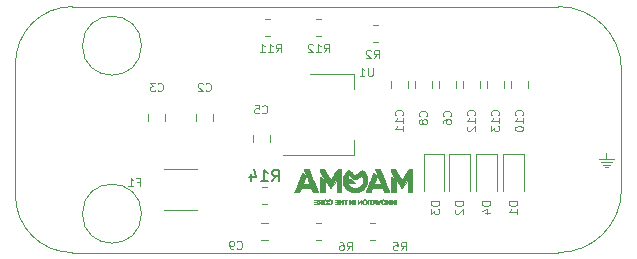
<source format=gbo>
%TF.GenerationSoftware,KiCad,Pcbnew,5.1.10*%
%TF.CreationDate,2021-10-08T14:45:48+03:00*%
%TF.ProjectId,Magma_STLink,4d61676d-615f-4535-944c-696e6b2e6b69,rev?*%
%TF.SameCoordinates,Original*%
%TF.FileFunction,Legend,Bot*%
%TF.FilePolarity,Positive*%
%FSLAX46Y46*%
G04 Gerber Fmt 4.6, Leading zero omitted, Abs format (unit mm)*
G04 Created by KiCad (PCBNEW 5.1.10) date 2021-10-08 14:45:48*
%MOMM*%
%LPD*%
G01*
G04 APERTURE LIST*
%ADD10C,0.120000*%
%TA.AperFunction,Profile*%
%ADD11C,0.120000*%
%TD*%
%TA.AperFunction,Profile*%
%ADD12C,0.050000*%
%TD*%
%ADD13C,0.010000*%
%ADD14C,0.150000*%
%ADD15C,0.100000*%
%ADD16C,1.100000*%
%ADD17O,3.500000X1.900000*%
%ADD18R,2.000000X1.500000*%
%ADD19R,2.000000X3.800000*%
%ADD20O,1.700000X1.700000*%
%ADD21R,1.700000X1.700000*%
%ADD22R,1.000000X1.000000*%
G04 APERTURE END LIST*
D10*
X84429600Y-60604400D02*
X84226400Y-60604400D01*
X84328000Y-59842400D02*
X84328000Y-59385200D01*
X84632800Y-60401200D02*
X84023200Y-60401200D01*
X84785200Y-60147200D02*
X83870800Y-60147200D01*
X84937600Y-59893200D02*
X83718400Y-59893200D01*
D11*
X44958000Y-64526800D02*
G75*
G03*
X44958000Y-64526800I-2500000J0D01*
G01*
X44958000Y-50302800D02*
G75*
G03*
X44958000Y-50302800I-2500000J0D01*
G01*
D12*
X85598000Y-52324000D02*
X85598000Y-62484000D01*
X80264000Y-46990000D02*
G75*
G02*
X85598000Y-52324000I0J-5334000D01*
G01*
X85598000Y-62484000D02*
G75*
G02*
X80264000Y-67818000I-5334000J0D01*
G01*
X43180000Y-67818000D02*
X39116000Y-67818000D01*
X34290000Y-51816000D02*
X34290000Y-62992000D01*
X39116000Y-67818000D02*
G75*
G02*
X34290000Y-62992000I0J4826000D01*
G01*
X34290000Y-51816000D02*
G75*
G02*
X39116000Y-46990000I4826000J0D01*
G01*
X43180000Y-46990000D02*
X39116000Y-46990000D01*
X43180000Y-67818000D02*
X80264000Y-67818000D01*
X43180000Y-46990000D02*
X80264000Y-46990000D01*
D13*
%TO.C,G\u002A\u002A\u002A*%
G36*
X65385038Y-63326816D02*
G01*
X65348026Y-63336344D01*
X65313709Y-63353071D01*
X65283560Y-63377062D01*
X65262702Y-63402621D01*
X65242421Y-63442034D01*
X65230983Y-63485872D01*
X65228278Y-63534590D01*
X65228612Y-63542229D01*
X65230973Y-63572921D01*
X65234741Y-63596752D01*
X65240820Y-63617010D01*
X65250113Y-63636983D01*
X65258858Y-63652293D01*
X65281765Y-63681618D01*
X65311546Y-63706385D01*
X65345121Y-63724083D01*
X65348398Y-63725306D01*
X65372421Y-63731560D01*
X65400931Y-63735455D01*
X65429784Y-63736696D01*
X65454838Y-63734990D01*
X65462822Y-63733428D01*
X65486408Y-63725174D01*
X65511983Y-63712533D01*
X65535924Y-63697586D01*
X65554612Y-63682418D01*
X65558328Y-63678507D01*
X65568905Y-63664185D01*
X65580563Y-63644986D01*
X65589366Y-63627959D01*
X65597505Y-63608563D01*
X65602630Y-63590182D01*
X65605644Y-63568751D01*
X65606754Y-63552695D01*
X65549798Y-63552695D01*
X65542558Y-63591296D01*
X65528071Y-63624929D01*
X65506859Y-63652563D01*
X65479446Y-63673167D01*
X65462773Y-63680812D01*
X65436463Y-63686377D01*
X65406307Y-63686237D01*
X65376587Y-63680782D01*
X65352203Y-63670766D01*
X65325250Y-63649510D01*
X65305499Y-63621456D01*
X65292854Y-63586402D01*
X65287223Y-63544144D01*
X65286887Y-63529993D01*
X65290731Y-63486871D01*
X65302279Y-63449761D01*
X65321323Y-63419058D01*
X65347659Y-63395155D01*
X65361474Y-63386910D01*
X65389320Y-63377573D01*
X65420946Y-63375326D01*
X65452966Y-63380056D01*
X65480541Y-63390843D01*
X65506138Y-63408187D01*
X65525035Y-63429318D01*
X65538183Y-63455888D01*
X65546532Y-63489547D01*
X65549268Y-63510160D01*
X65549798Y-63552695D01*
X65606754Y-63552695D01*
X65607056Y-63548343D01*
X65607211Y-63507804D01*
X65602562Y-63473126D01*
X65592437Y-63440888D01*
X65581271Y-63417063D01*
X65559004Y-63384806D01*
X65530598Y-63359346D01*
X65497526Y-63340750D01*
X65461261Y-63329085D01*
X65423274Y-63324418D01*
X65385038Y-63326816D01*
G37*
X65385038Y-63326816D02*
X65348026Y-63336344D01*
X65313709Y-63353071D01*
X65283560Y-63377062D01*
X65262702Y-63402621D01*
X65242421Y-63442034D01*
X65230983Y-63485872D01*
X65228278Y-63534590D01*
X65228612Y-63542229D01*
X65230973Y-63572921D01*
X65234741Y-63596752D01*
X65240820Y-63617010D01*
X65250113Y-63636983D01*
X65258858Y-63652293D01*
X65281765Y-63681618D01*
X65311546Y-63706385D01*
X65345121Y-63724083D01*
X65348398Y-63725306D01*
X65372421Y-63731560D01*
X65400931Y-63735455D01*
X65429784Y-63736696D01*
X65454838Y-63734990D01*
X65462822Y-63733428D01*
X65486408Y-63725174D01*
X65511983Y-63712533D01*
X65535924Y-63697586D01*
X65554612Y-63682418D01*
X65558328Y-63678507D01*
X65568905Y-63664185D01*
X65580563Y-63644986D01*
X65589366Y-63627959D01*
X65597505Y-63608563D01*
X65602630Y-63590182D01*
X65605644Y-63568751D01*
X65606754Y-63552695D01*
X65549798Y-63552695D01*
X65542558Y-63591296D01*
X65528071Y-63624929D01*
X65506859Y-63652563D01*
X65479446Y-63673167D01*
X65462773Y-63680812D01*
X65436463Y-63686377D01*
X65406307Y-63686237D01*
X65376587Y-63680782D01*
X65352203Y-63670766D01*
X65325250Y-63649510D01*
X65305499Y-63621456D01*
X65292854Y-63586402D01*
X65287223Y-63544144D01*
X65286887Y-63529993D01*
X65290731Y-63486871D01*
X65302279Y-63449761D01*
X65321323Y-63419058D01*
X65347659Y-63395155D01*
X65361474Y-63386910D01*
X65389320Y-63377573D01*
X65420946Y-63375326D01*
X65452966Y-63380056D01*
X65480541Y-63390843D01*
X65506138Y-63408187D01*
X65525035Y-63429318D01*
X65538183Y-63455888D01*
X65546532Y-63489547D01*
X65549268Y-63510160D01*
X65549798Y-63552695D01*
X65606754Y-63552695D01*
X65607056Y-63548343D01*
X65607211Y-63507804D01*
X65602562Y-63473126D01*
X65592437Y-63440888D01*
X65581271Y-63417063D01*
X65559004Y-63384806D01*
X65530598Y-63359346D01*
X65497526Y-63340750D01*
X65461261Y-63329085D01*
X65423274Y-63324418D01*
X65385038Y-63326816D01*
G36*
X63810238Y-63326816D02*
G01*
X63773226Y-63336344D01*
X63738909Y-63353071D01*
X63708760Y-63377062D01*
X63687902Y-63402621D01*
X63667621Y-63442034D01*
X63656183Y-63485872D01*
X63653478Y-63534590D01*
X63653812Y-63542229D01*
X63656173Y-63572921D01*
X63659941Y-63596752D01*
X63666020Y-63617010D01*
X63675313Y-63636983D01*
X63684058Y-63652293D01*
X63706965Y-63681618D01*
X63736746Y-63706385D01*
X63770321Y-63724083D01*
X63773598Y-63725306D01*
X63797621Y-63731560D01*
X63826131Y-63735455D01*
X63854984Y-63736696D01*
X63880038Y-63734990D01*
X63888022Y-63733428D01*
X63911608Y-63725174D01*
X63937183Y-63712533D01*
X63961124Y-63697586D01*
X63979812Y-63682418D01*
X63983528Y-63678507D01*
X63994105Y-63664185D01*
X64005763Y-63644986D01*
X64014566Y-63627959D01*
X64022705Y-63608563D01*
X64027830Y-63590182D01*
X64030844Y-63568751D01*
X64031954Y-63552695D01*
X63974998Y-63552695D01*
X63967758Y-63591296D01*
X63953271Y-63624929D01*
X63932059Y-63652563D01*
X63904646Y-63673167D01*
X63887973Y-63680812D01*
X63861663Y-63686377D01*
X63831507Y-63686237D01*
X63801787Y-63680782D01*
X63777403Y-63670766D01*
X63750450Y-63649510D01*
X63730699Y-63621456D01*
X63718054Y-63586402D01*
X63712423Y-63544144D01*
X63712087Y-63529993D01*
X63715931Y-63486871D01*
X63727479Y-63449761D01*
X63746523Y-63419058D01*
X63772859Y-63395155D01*
X63786674Y-63386910D01*
X63814520Y-63377573D01*
X63846146Y-63375326D01*
X63878166Y-63380056D01*
X63905741Y-63390843D01*
X63931338Y-63408187D01*
X63950235Y-63429318D01*
X63963383Y-63455888D01*
X63971732Y-63489547D01*
X63974468Y-63510160D01*
X63974998Y-63552695D01*
X64031954Y-63552695D01*
X64032256Y-63548343D01*
X64032411Y-63507804D01*
X64027762Y-63473126D01*
X64017637Y-63440888D01*
X64006471Y-63417063D01*
X63984204Y-63384806D01*
X63955798Y-63359346D01*
X63922726Y-63340750D01*
X63886461Y-63329085D01*
X63848474Y-63324418D01*
X63810238Y-63326816D01*
G37*
X63810238Y-63326816D02*
X63773226Y-63336344D01*
X63738909Y-63353071D01*
X63708760Y-63377062D01*
X63687902Y-63402621D01*
X63667621Y-63442034D01*
X63656183Y-63485872D01*
X63653478Y-63534590D01*
X63653812Y-63542229D01*
X63656173Y-63572921D01*
X63659941Y-63596752D01*
X63666020Y-63617010D01*
X63675313Y-63636983D01*
X63684058Y-63652293D01*
X63706965Y-63681618D01*
X63736746Y-63706385D01*
X63770321Y-63724083D01*
X63773598Y-63725306D01*
X63797621Y-63731560D01*
X63826131Y-63735455D01*
X63854984Y-63736696D01*
X63880038Y-63734990D01*
X63888022Y-63733428D01*
X63911608Y-63725174D01*
X63937183Y-63712533D01*
X63961124Y-63697586D01*
X63979812Y-63682418D01*
X63983528Y-63678507D01*
X63994105Y-63664185D01*
X64005763Y-63644986D01*
X64014566Y-63627959D01*
X64022705Y-63608563D01*
X64027830Y-63590182D01*
X64030844Y-63568751D01*
X64031954Y-63552695D01*
X63974998Y-63552695D01*
X63967758Y-63591296D01*
X63953271Y-63624929D01*
X63932059Y-63652563D01*
X63904646Y-63673167D01*
X63887973Y-63680812D01*
X63861663Y-63686377D01*
X63831507Y-63686237D01*
X63801787Y-63680782D01*
X63777403Y-63670766D01*
X63750450Y-63649510D01*
X63730699Y-63621456D01*
X63718054Y-63586402D01*
X63712423Y-63544144D01*
X63712087Y-63529993D01*
X63715931Y-63486871D01*
X63727479Y-63449761D01*
X63746523Y-63419058D01*
X63772859Y-63395155D01*
X63786674Y-63386910D01*
X63814520Y-63377573D01*
X63846146Y-63375326D01*
X63878166Y-63380056D01*
X63905741Y-63390843D01*
X63931338Y-63408187D01*
X63950235Y-63429318D01*
X63963383Y-63455888D01*
X63971732Y-63489547D01*
X63974468Y-63510160D01*
X63974998Y-63552695D01*
X64031954Y-63552695D01*
X64032256Y-63548343D01*
X64032411Y-63507804D01*
X64027762Y-63473126D01*
X64017637Y-63440888D01*
X64006471Y-63417063D01*
X63984204Y-63384806D01*
X63955798Y-63359346D01*
X63922726Y-63340750D01*
X63886461Y-63329085D01*
X63848474Y-63324418D01*
X63810238Y-63326816D01*
G36*
X60877319Y-63327095D02*
G01*
X60839466Y-63337340D01*
X60827692Y-63342679D01*
X60810386Y-63354308D01*
X60792476Y-63370993D01*
X60775824Y-63390393D01*
X60762293Y-63410162D01*
X60753744Y-63427959D01*
X60751720Y-63438273D01*
X60756115Y-63441735D01*
X60766985Y-63446163D01*
X60780859Y-63450450D01*
X60794268Y-63453488D01*
X60801836Y-63454280D01*
X60806603Y-63449964D01*
X60811695Y-63439407D01*
X60812274Y-63437731D01*
X60824909Y-63414557D01*
X60845033Y-63395023D01*
X60870165Y-63380822D01*
X60897822Y-63373648D01*
X60907008Y-63373111D01*
X60943170Y-63377453D01*
X60974909Y-63390470D01*
X61001202Y-63411536D01*
X61021025Y-63440025D01*
X61023017Y-63444120D01*
X61027650Y-63455561D01*
X61030739Y-63467837D01*
X61032576Y-63483322D01*
X61033452Y-63504393D01*
X61033660Y-63530839D01*
X61033531Y-63557770D01*
X61032871Y-63577049D01*
X61031270Y-63591184D01*
X61028319Y-63602682D01*
X61023608Y-63614051D01*
X61018343Y-63624649D01*
X60999533Y-63652526D01*
X60975597Y-63671898D01*
X60945691Y-63683324D01*
X60924946Y-63686561D01*
X60890046Y-63685293D01*
X60859599Y-63675108D01*
X60834351Y-63656465D01*
X60815048Y-63629824D01*
X60808302Y-63614828D01*
X60802470Y-63601094D01*
X60797565Y-63592339D01*
X60795694Y-63590676D01*
X60781924Y-63591852D01*
X60766908Y-63595347D01*
X60754418Y-63600036D01*
X60748226Y-63604796D01*
X60748210Y-63604837D01*
X60747755Y-63618845D01*
X60754187Y-63636909D01*
X60766107Y-63657201D01*
X60782116Y-63677897D01*
X60800817Y-63697169D01*
X60820810Y-63713191D01*
X60839032Y-63723444D01*
X60867141Y-63731899D01*
X60900233Y-63736294D01*
X60933847Y-63736324D01*
X60962540Y-63731943D01*
X61001057Y-63717353D01*
X61033036Y-63695206D01*
X61058647Y-63665314D01*
X61078057Y-63627489D01*
X61089502Y-63590267D01*
X61096321Y-63544312D01*
X61095333Y-63499648D01*
X61087025Y-63457587D01*
X61071881Y-63419442D01*
X61050386Y-63386524D01*
X61023027Y-63360145D01*
X60998916Y-63345424D01*
X60959333Y-63331174D01*
X60918038Y-63325052D01*
X60877319Y-63327095D01*
G37*
X60877319Y-63327095D02*
X60839466Y-63337340D01*
X60827692Y-63342679D01*
X60810386Y-63354308D01*
X60792476Y-63370993D01*
X60775824Y-63390393D01*
X60762293Y-63410162D01*
X60753744Y-63427959D01*
X60751720Y-63438273D01*
X60756115Y-63441735D01*
X60766985Y-63446163D01*
X60780859Y-63450450D01*
X60794268Y-63453488D01*
X60801836Y-63454280D01*
X60806603Y-63449964D01*
X60811695Y-63439407D01*
X60812274Y-63437731D01*
X60824909Y-63414557D01*
X60845033Y-63395023D01*
X60870165Y-63380822D01*
X60897822Y-63373648D01*
X60907008Y-63373111D01*
X60943170Y-63377453D01*
X60974909Y-63390470D01*
X61001202Y-63411536D01*
X61021025Y-63440025D01*
X61023017Y-63444120D01*
X61027650Y-63455561D01*
X61030739Y-63467837D01*
X61032576Y-63483322D01*
X61033452Y-63504393D01*
X61033660Y-63530839D01*
X61033531Y-63557770D01*
X61032871Y-63577049D01*
X61031270Y-63591184D01*
X61028319Y-63602682D01*
X61023608Y-63614051D01*
X61018343Y-63624649D01*
X60999533Y-63652526D01*
X60975597Y-63671898D01*
X60945691Y-63683324D01*
X60924946Y-63686561D01*
X60890046Y-63685293D01*
X60859599Y-63675108D01*
X60834351Y-63656465D01*
X60815048Y-63629824D01*
X60808302Y-63614828D01*
X60802470Y-63601094D01*
X60797565Y-63592339D01*
X60795694Y-63590676D01*
X60781924Y-63591852D01*
X60766908Y-63595347D01*
X60754418Y-63600036D01*
X60748226Y-63604796D01*
X60748210Y-63604837D01*
X60747755Y-63618845D01*
X60754187Y-63636909D01*
X60766107Y-63657201D01*
X60782116Y-63677897D01*
X60800817Y-63697169D01*
X60820810Y-63713191D01*
X60839032Y-63723444D01*
X60867141Y-63731899D01*
X60900233Y-63736294D01*
X60933847Y-63736324D01*
X60962540Y-63731943D01*
X61001057Y-63717353D01*
X61033036Y-63695206D01*
X61058647Y-63665314D01*
X61078057Y-63627489D01*
X61089502Y-63590267D01*
X61096321Y-63544312D01*
X61095333Y-63499648D01*
X61087025Y-63457587D01*
X61071881Y-63419442D01*
X61050386Y-63386524D01*
X61023027Y-63360145D01*
X60998916Y-63345424D01*
X60959333Y-63331174D01*
X60918038Y-63325052D01*
X60877319Y-63327095D01*
G36*
X60452178Y-63331453D02*
G01*
X60413605Y-63347759D01*
X60379190Y-63372998D01*
X60368558Y-63383632D01*
X60346466Y-63411308D01*
X60331094Y-63440360D01*
X60321428Y-63473396D01*
X60316455Y-63513021D01*
X60316116Y-63518495D01*
X60317528Y-63567383D01*
X60327169Y-63611290D01*
X60344540Y-63649609D01*
X60369145Y-63681738D01*
X60400487Y-63707071D01*
X60438067Y-63725003D01*
X60481389Y-63734929D01*
X60495180Y-63736239D01*
X60516136Y-63736593D01*
X60536725Y-63735300D01*
X60546774Y-63733778D01*
X60587110Y-63720339D01*
X60622026Y-63698781D01*
X60650913Y-63669932D01*
X60673162Y-63634622D01*
X60688163Y-63593680D01*
X60694719Y-63551706D01*
X60637785Y-63551706D01*
X60630765Y-63590540D01*
X60616347Y-63624339D01*
X60595013Y-63652145D01*
X60567248Y-63673003D01*
X60549801Y-63681023D01*
X60524208Y-63686407D01*
X60494604Y-63686280D01*
X60465242Y-63681037D01*
X60440375Y-63671075D01*
X60439853Y-63670772D01*
X60413179Y-63650606D01*
X60393834Y-63625235D01*
X60381382Y-63593753D01*
X60375385Y-63555256D01*
X60374678Y-63535560D01*
X60375777Y-63501565D01*
X60380018Y-63474327D01*
X60388146Y-63450730D01*
X60400174Y-63428801D01*
X60421081Y-63404863D01*
X60448022Y-63387649D01*
X60479028Y-63377616D01*
X60512134Y-63375225D01*
X60545374Y-63380934D01*
X60567255Y-63389784D01*
X60593307Y-63407097D01*
X60612790Y-63429468D01*
X60626449Y-63458167D01*
X60635027Y-63494467D01*
X60636922Y-63508792D01*
X60637785Y-63551706D01*
X60694719Y-63551706D01*
X60695309Y-63547935D01*
X60695840Y-63530866D01*
X60691671Y-63482433D01*
X60679452Y-63439370D01*
X60659619Y-63402236D01*
X60632607Y-63371591D01*
X60598850Y-63347992D01*
X60558784Y-63332000D01*
X60537260Y-63327157D01*
X60493775Y-63324459D01*
X60452178Y-63331453D01*
G37*
X60452178Y-63331453D02*
X60413605Y-63347759D01*
X60379190Y-63372998D01*
X60368558Y-63383632D01*
X60346466Y-63411308D01*
X60331094Y-63440360D01*
X60321428Y-63473396D01*
X60316455Y-63513021D01*
X60316116Y-63518495D01*
X60317528Y-63567383D01*
X60327169Y-63611290D01*
X60344540Y-63649609D01*
X60369145Y-63681738D01*
X60400487Y-63707071D01*
X60438067Y-63725003D01*
X60481389Y-63734929D01*
X60495180Y-63736239D01*
X60516136Y-63736593D01*
X60536725Y-63735300D01*
X60546774Y-63733778D01*
X60587110Y-63720339D01*
X60622026Y-63698781D01*
X60650913Y-63669932D01*
X60673162Y-63634622D01*
X60688163Y-63593680D01*
X60694719Y-63551706D01*
X60637785Y-63551706D01*
X60630765Y-63590540D01*
X60616347Y-63624339D01*
X60595013Y-63652145D01*
X60567248Y-63673003D01*
X60549801Y-63681023D01*
X60524208Y-63686407D01*
X60494604Y-63686280D01*
X60465242Y-63681037D01*
X60440375Y-63671075D01*
X60439853Y-63670772D01*
X60413179Y-63650606D01*
X60393834Y-63625235D01*
X60381382Y-63593753D01*
X60375385Y-63555256D01*
X60374678Y-63535560D01*
X60375777Y-63501565D01*
X60380018Y-63474327D01*
X60388146Y-63450730D01*
X60400174Y-63428801D01*
X60421081Y-63404863D01*
X60448022Y-63387649D01*
X60479028Y-63377616D01*
X60512134Y-63375225D01*
X60545374Y-63380934D01*
X60567255Y-63389784D01*
X60593307Y-63407097D01*
X60612790Y-63429468D01*
X60626449Y-63458167D01*
X60635027Y-63494467D01*
X60636922Y-63508792D01*
X60637785Y-63551706D01*
X60694719Y-63551706D01*
X60695309Y-63547935D01*
X60695840Y-63530866D01*
X60691671Y-63482433D01*
X60679452Y-63439370D01*
X60659619Y-63402236D01*
X60632607Y-63371591D01*
X60598850Y-63347992D01*
X60558784Y-63332000D01*
X60537260Y-63327157D01*
X60493775Y-63324459D01*
X60452178Y-63331453D01*
G36*
X66476880Y-63728600D02*
G01*
X66532760Y-63728600D01*
X66532760Y-63332360D01*
X66476880Y-63332360D01*
X66476880Y-63728600D01*
G37*
X66476880Y-63728600D02*
X66532760Y-63728600D01*
X66532760Y-63332360D01*
X66476880Y-63332360D01*
X66476880Y-63728600D01*
G36*
X66075560Y-63728600D02*
G01*
X66134946Y-63728600D01*
X66233523Y-63580548D01*
X66332100Y-63432497D01*
X66333447Y-63580548D01*
X66334794Y-63728600D01*
X66390520Y-63728600D01*
X66390520Y-63332360D01*
X66332100Y-63332628D01*
X66231781Y-63483624D01*
X66131461Y-63634620D01*
X66131451Y-63483490D01*
X66131440Y-63332360D01*
X66075560Y-63332360D01*
X66075560Y-63728600D01*
G37*
X66075560Y-63728600D02*
X66134946Y-63728600D01*
X66233523Y-63580548D01*
X66332100Y-63432497D01*
X66333447Y-63580548D01*
X66334794Y-63728600D01*
X66390520Y-63728600D01*
X66390520Y-63332360D01*
X66332100Y-63332628D01*
X66231781Y-63483624D01*
X66131461Y-63634620D01*
X66131451Y-63483490D01*
X66131440Y-63332360D01*
X66075560Y-63332360D01*
X66075560Y-63728600D01*
G36*
X65674240Y-63728600D02*
G01*
X65733626Y-63728600D01*
X65832203Y-63580548D01*
X65930780Y-63432497D01*
X65932127Y-63580548D01*
X65933474Y-63728600D01*
X65989200Y-63728600D01*
X65989200Y-63332360D01*
X65930780Y-63332628D01*
X65830461Y-63483624D01*
X65730141Y-63634620D01*
X65730131Y-63483490D01*
X65730120Y-63332360D01*
X65674240Y-63332360D01*
X65674240Y-63728600D01*
G37*
X65674240Y-63728600D02*
X65733626Y-63728600D01*
X65832203Y-63580548D01*
X65930780Y-63432497D01*
X65932127Y-63580548D01*
X65933474Y-63728600D01*
X65989200Y-63728600D01*
X65989200Y-63332360D01*
X65930780Y-63332628D01*
X65830461Y-63483624D01*
X65730141Y-63634620D01*
X65730131Y-63483490D01*
X65730120Y-63332360D01*
X65674240Y-63332360D01*
X65674240Y-63728600D01*
G36*
X64847262Y-63333043D02*
G01*
X64838639Y-63335142D01*
X64837429Y-63338710D01*
X64866090Y-63412213D01*
X64891230Y-63476686D01*
X64913019Y-63532564D01*
X64931628Y-63580283D01*
X64947225Y-63620278D01*
X64959982Y-63652986D01*
X64970068Y-63678841D01*
X64977652Y-63698279D01*
X64982905Y-63711736D01*
X64985996Y-63719647D01*
X64987017Y-63722250D01*
X64993833Y-63726307D01*
X65009704Y-63728370D01*
X65019623Y-63728600D01*
X65037454Y-63727971D01*
X65047580Y-63725659D01*
X65052404Y-63721023D01*
X65052963Y-63719710D01*
X65055339Y-63713478D01*
X65060896Y-63699034D01*
X65069147Y-63677640D01*
X65079603Y-63650558D01*
X65091776Y-63619051D01*
X65105177Y-63584379D01*
X65119320Y-63547807D01*
X65133714Y-63510594D01*
X65147873Y-63474005D01*
X65161308Y-63439300D01*
X65173530Y-63407741D01*
X65184053Y-63380592D01*
X65192386Y-63359113D01*
X65198043Y-63344568D01*
X65200441Y-63338450D01*
X65199592Y-63334825D01*
X65192237Y-63333145D01*
X65176797Y-63333135D01*
X65171292Y-63333370D01*
X65139497Y-63334900D01*
X65080479Y-63501163D01*
X65066600Y-63540013D01*
X65053700Y-63575648D01*
X65042187Y-63606976D01*
X65032468Y-63632908D01*
X65024953Y-63652353D01*
X65020048Y-63664219D01*
X65018243Y-63667533D01*
X65014666Y-63663370D01*
X65012121Y-63656210D01*
X65009707Y-63648789D01*
X65004214Y-63633065D01*
X64996083Y-63610262D01*
X64985754Y-63581606D01*
X64973669Y-63548325D01*
X64960269Y-63511642D01*
X64951838Y-63488667D01*
X64894460Y-63332555D01*
X64864707Y-63332457D01*
X64847262Y-63333043D01*
G37*
X64847262Y-63333043D02*
X64838639Y-63335142D01*
X64837429Y-63338710D01*
X64866090Y-63412213D01*
X64891230Y-63476686D01*
X64913019Y-63532564D01*
X64931628Y-63580283D01*
X64947225Y-63620278D01*
X64959982Y-63652986D01*
X64970068Y-63678841D01*
X64977652Y-63698279D01*
X64982905Y-63711736D01*
X64985996Y-63719647D01*
X64987017Y-63722250D01*
X64993833Y-63726307D01*
X65009704Y-63728370D01*
X65019623Y-63728600D01*
X65037454Y-63727971D01*
X65047580Y-63725659D01*
X65052404Y-63721023D01*
X65052963Y-63719710D01*
X65055339Y-63713478D01*
X65060896Y-63699034D01*
X65069147Y-63677640D01*
X65079603Y-63650558D01*
X65091776Y-63619051D01*
X65105177Y-63584379D01*
X65119320Y-63547807D01*
X65133714Y-63510594D01*
X65147873Y-63474005D01*
X65161308Y-63439300D01*
X65173530Y-63407741D01*
X65184053Y-63380592D01*
X65192386Y-63359113D01*
X65198043Y-63344568D01*
X65200441Y-63338450D01*
X65199592Y-63334825D01*
X65192237Y-63333145D01*
X65176797Y-63333135D01*
X65171292Y-63333370D01*
X65139497Y-63334900D01*
X65080479Y-63501163D01*
X65066600Y-63540013D01*
X65053700Y-63575648D01*
X65042187Y-63606976D01*
X65032468Y-63632908D01*
X65024953Y-63652353D01*
X65020048Y-63664219D01*
X65018243Y-63667533D01*
X65014666Y-63663370D01*
X65012121Y-63656210D01*
X65009707Y-63648789D01*
X65004214Y-63633065D01*
X64996083Y-63610262D01*
X64985754Y-63581606D01*
X64973669Y-63548325D01*
X64960269Y-63511642D01*
X64951838Y-63488667D01*
X64894460Y-63332555D01*
X64864707Y-63332457D01*
X64847262Y-63333043D01*
G36*
X64665860Y-63332450D02*
G01*
X64587120Y-63525714D01*
X64570083Y-63567548D01*
X64554231Y-63606500D01*
X64539977Y-63641554D01*
X64527734Y-63671696D01*
X64517914Y-63695909D01*
X64510929Y-63713178D01*
X64507192Y-63722488D01*
X64506687Y-63723788D01*
X64510394Y-63726298D01*
X64521912Y-63728023D01*
X64537301Y-63728600D01*
X64569609Y-63728600D01*
X64613917Y-63611760D01*
X64777791Y-63611760D01*
X64798026Y-63668910D01*
X64818260Y-63726060D01*
X64880656Y-63729056D01*
X64817130Y-63564049D01*
X64759840Y-63564049D01*
X64755080Y-63564800D01*
X64742075Y-63565421D01*
X64722741Y-63565854D01*
X64698993Y-63566037D01*
X64695797Y-63566040D01*
X64668164Y-63565803D01*
X64649486Y-63565012D01*
X64638566Y-63563543D01*
X64634209Y-63561272D01*
X64634156Y-63559690D01*
X64638178Y-63548907D01*
X64644564Y-63531609D01*
X64652594Y-63509768D01*
X64661546Y-63485356D01*
X64670700Y-63460342D01*
X64679333Y-63436699D01*
X64686725Y-63416398D01*
X64692154Y-63401411D01*
X64694898Y-63393708D01*
X64695028Y-63393320D01*
X64697628Y-63392832D01*
X64701413Y-63400670D01*
X64703437Y-63407180D01*
X64707452Y-63419941D01*
X64714243Y-63439680D01*
X64722928Y-63463899D01*
X64732623Y-63490098D01*
X64734607Y-63495359D01*
X64743689Y-63519500D01*
X64751320Y-63540038D01*
X64756851Y-63555210D01*
X64759635Y-63563252D01*
X64759840Y-63564049D01*
X64817130Y-63564049D01*
X64727930Y-63332360D01*
X64665860Y-63332450D01*
G37*
X64665860Y-63332450D02*
X64587120Y-63525714D01*
X64570083Y-63567548D01*
X64554231Y-63606500D01*
X64539977Y-63641554D01*
X64527734Y-63671696D01*
X64517914Y-63695909D01*
X64510929Y-63713178D01*
X64507192Y-63722488D01*
X64506687Y-63723788D01*
X64510394Y-63726298D01*
X64521912Y-63728023D01*
X64537301Y-63728600D01*
X64569609Y-63728600D01*
X64613917Y-63611760D01*
X64777791Y-63611760D01*
X64798026Y-63668910D01*
X64818260Y-63726060D01*
X64880656Y-63729056D01*
X64817130Y-63564049D01*
X64759840Y-63564049D01*
X64755080Y-63564800D01*
X64742075Y-63565421D01*
X64722741Y-63565854D01*
X64698993Y-63566037D01*
X64695797Y-63566040D01*
X64668164Y-63565803D01*
X64649486Y-63565012D01*
X64638566Y-63563543D01*
X64634209Y-63561272D01*
X64634156Y-63559690D01*
X64638178Y-63548907D01*
X64644564Y-63531609D01*
X64652594Y-63509768D01*
X64661546Y-63485356D01*
X64670700Y-63460342D01*
X64679333Y-63436699D01*
X64686725Y-63416398D01*
X64692154Y-63401411D01*
X64694898Y-63393708D01*
X64695028Y-63393320D01*
X64697628Y-63392832D01*
X64701413Y-63400670D01*
X64703437Y-63407180D01*
X64707452Y-63419941D01*
X64714243Y-63439680D01*
X64722928Y-63463899D01*
X64732623Y-63490098D01*
X64734607Y-63495359D01*
X64743689Y-63519500D01*
X64751320Y-63540038D01*
X64756851Y-63555210D01*
X64759635Y-63563252D01*
X64759840Y-63564049D01*
X64817130Y-63564049D01*
X64727930Y-63332360D01*
X64665860Y-63332450D01*
G36*
X64218820Y-63380620D02*
G01*
X64283590Y-63382041D01*
X64348360Y-63383463D01*
X64348360Y-63728600D01*
X64404240Y-63728600D01*
X64404240Y-63383160D01*
X64536320Y-63383160D01*
X64536320Y-63332360D01*
X64215724Y-63332360D01*
X64218820Y-63380620D01*
G37*
X64218820Y-63380620D02*
X64283590Y-63382041D01*
X64348360Y-63383463D01*
X64348360Y-63728600D01*
X64404240Y-63728600D01*
X64404240Y-63383160D01*
X64536320Y-63383160D01*
X64536320Y-63332360D01*
X64215724Y-63332360D01*
X64218820Y-63380620D01*
G36*
X64104520Y-63728600D02*
G01*
X64160400Y-63728600D01*
X64160400Y-63332360D01*
X64104520Y-63332360D01*
X64104520Y-63728600D01*
G37*
X64104520Y-63728600D02*
X64160400Y-63728600D01*
X64160400Y-63332360D01*
X64104520Y-63332360D01*
X64104520Y-63728600D01*
G36*
X63271400Y-63728600D02*
G01*
X63330786Y-63728600D01*
X63429363Y-63580548D01*
X63527940Y-63432497D01*
X63529287Y-63580548D01*
X63530634Y-63728600D01*
X63586360Y-63728600D01*
X63586360Y-63332360D01*
X63527940Y-63332628D01*
X63427621Y-63483624D01*
X63327301Y-63634620D01*
X63327291Y-63483490D01*
X63327280Y-63332360D01*
X63271400Y-63332360D01*
X63271400Y-63728600D01*
G37*
X63271400Y-63728600D02*
X63330786Y-63728600D01*
X63429363Y-63580548D01*
X63527940Y-63432497D01*
X63529287Y-63580548D01*
X63530634Y-63728600D01*
X63586360Y-63728600D01*
X63586360Y-63332360D01*
X63527940Y-63332628D01*
X63427621Y-63483624D01*
X63327301Y-63634620D01*
X63327291Y-63483490D01*
X63327280Y-63332360D01*
X63271400Y-63332360D01*
X63271400Y-63728600D01*
G36*
X62966600Y-63728600D02*
G01*
X63022480Y-63728600D01*
X63022480Y-63332360D01*
X62966600Y-63332360D01*
X62966600Y-63728600D01*
G37*
X62966600Y-63728600D02*
X63022480Y-63728600D01*
X63022480Y-63332360D01*
X62966600Y-63332360D01*
X62966600Y-63728600D01*
G36*
X62565280Y-63728600D02*
G01*
X62624666Y-63728600D01*
X62723243Y-63580548D01*
X62821820Y-63432497D01*
X62823167Y-63580548D01*
X62824514Y-63728600D01*
X62880240Y-63728600D01*
X62880240Y-63332360D01*
X62821820Y-63332628D01*
X62721501Y-63483624D01*
X62621181Y-63634620D01*
X62621171Y-63483490D01*
X62621160Y-63332360D01*
X62565280Y-63332360D01*
X62565280Y-63728600D01*
G37*
X62565280Y-63728600D02*
X62624666Y-63728600D01*
X62723243Y-63580548D01*
X62821820Y-63432497D01*
X62823167Y-63580548D01*
X62824514Y-63728600D01*
X62880240Y-63728600D01*
X62880240Y-63332360D01*
X62821820Y-63332628D01*
X62721501Y-63483624D01*
X62621181Y-63634620D01*
X62621171Y-63483490D01*
X62621160Y-63332360D01*
X62565280Y-63332360D01*
X62565280Y-63728600D01*
G36*
X62049660Y-63380620D02*
G01*
X62114430Y-63382041D01*
X62179200Y-63383463D01*
X62179200Y-63728600D01*
X62235080Y-63728600D01*
X62235080Y-63383160D01*
X62367160Y-63383160D01*
X62367160Y-63332360D01*
X62046564Y-63332360D01*
X62049660Y-63380620D01*
G37*
X62049660Y-63380620D02*
X62114430Y-63382041D01*
X62179200Y-63383463D01*
X62179200Y-63728600D01*
X62235080Y-63728600D01*
X62235080Y-63383160D01*
X62367160Y-63383160D01*
X62367160Y-63332360D01*
X62046564Y-63332360D01*
X62049660Y-63380620D01*
G36*
X61940440Y-63494920D02*
G01*
X61742320Y-63494920D01*
X61742320Y-63332360D01*
X61686440Y-63332360D01*
X61686440Y-63728600D01*
X61742320Y-63728600D01*
X61742320Y-63545720D01*
X61940440Y-63545720D01*
X61940440Y-63728600D01*
X62001400Y-63728600D01*
X62001400Y-63332360D01*
X61940440Y-63332360D01*
X61940440Y-63494920D01*
G37*
X61940440Y-63494920D02*
X61742320Y-63494920D01*
X61742320Y-63332360D01*
X61686440Y-63332360D01*
X61686440Y-63728600D01*
X61742320Y-63728600D01*
X61742320Y-63545720D01*
X61940440Y-63545720D01*
X61940440Y-63728600D01*
X62001400Y-63728600D01*
X62001400Y-63332360D01*
X61940440Y-63332360D01*
X61940440Y-63494920D01*
G36*
X61315600Y-63383160D02*
G01*
X61549280Y-63383160D01*
X61549280Y-63500000D01*
X61330840Y-63500000D01*
X61330840Y-63550800D01*
X61549280Y-63550800D01*
X61549280Y-63677800D01*
X61305440Y-63677800D01*
X61305440Y-63728600D01*
X61605160Y-63728600D01*
X61605160Y-63332360D01*
X61315600Y-63332360D01*
X61315600Y-63383160D01*
G37*
X61315600Y-63383160D02*
X61549280Y-63383160D01*
X61549280Y-63500000D01*
X61330840Y-63500000D01*
X61330840Y-63550800D01*
X61549280Y-63550800D01*
X61549280Y-63677800D01*
X61305440Y-63677800D01*
X61305440Y-63728600D01*
X61605160Y-63728600D01*
X61605160Y-63332360D01*
X61315600Y-63332360D01*
X61315600Y-63383160D01*
G36*
X60101402Y-63332651D02*
G01*
X60066182Y-63333489D01*
X60037473Y-63334816D01*
X60016578Y-63336575D01*
X60006404Y-63338246D01*
X59981724Y-63349213D01*
X59960099Y-63367560D01*
X59944421Y-63390524D01*
X59940069Y-63401651D01*
X59933979Y-63436625D01*
X59937034Y-63468626D01*
X59948750Y-63496654D01*
X59968643Y-63519707D01*
X59996229Y-63536783D01*
X60007500Y-63541126D01*
X60020377Y-63545501D01*
X60028340Y-63548344D01*
X60029341Y-63548762D01*
X60026862Y-63552502D01*
X60018906Y-63561533D01*
X60007163Y-63573942D01*
X60006481Y-63574643D01*
X59997923Y-63584678D01*
X59985936Y-63600382D01*
X59971681Y-63620051D01*
X59956317Y-63641980D01*
X59941001Y-63664464D01*
X59926894Y-63685798D01*
X59915155Y-63704278D01*
X59906942Y-63718199D01*
X59903415Y-63725856D01*
X59903360Y-63726316D01*
X59908003Y-63727440D01*
X59920187Y-63728207D01*
X59937295Y-63728453D01*
X59937650Y-63728452D01*
X59971940Y-63728304D01*
X59997340Y-63686874D01*
X60023894Y-63644905D01*
X60046924Y-63611334D01*
X60066245Y-63586407D01*
X60081671Y-63570372D01*
X60087833Y-63565788D01*
X60098332Y-63560756D01*
X60111386Y-63557710D01*
X60129663Y-63556232D01*
X60151010Y-63555898D01*
X60198000Y-63555880D01*
X60198000Y-63728600D01*
X60253880Y-63728600D01*
X60253880Y-63505080D01*
X60198000Y-63505080D01*
X60128150Y-63505051D01*
X60100633Y-63504643D01*
X60075061Y-63503548D01*
X60054024Y-63501923D01*
X60040111Y-63499929D01*
X60038627Y-63499560D01*
X60016141Y-63488769D01*
X60000445Y-63471869D01*
X59992512Y-63450786D01*
X59993316Y-63427446D01*
X59996760Y-63416785D01*
X60003065Y-63404633D01*
X60011413Y-63395465D01*
X60023246Y-63388831D01*
X60040005Y-63384281D01*
X60063131Y-63381367D01*
X60094065Y-63379637D01*
X60117990Y-63378958D01*
X60198000Y-63377187D01*
X60198000Y-63505080D01*
X60253880Y-63505080D01*
X60253880Y-63332360D01*
X60141830Y-63332360D01*
X60101402Y-63332651D01*
G37*
X60101402Y-63332651D02*
X60066182Y-63333489D01*
X60037473Y-63334816D01*
X60016578Y-63336575D01*
X60006404Y-63338246D01*
X59981724Y-63349213D01*
X59960099Y-63367560D01*
X59944421Y-63390524D01*
X59940069Y-63401651D01*
X59933979Y-63436625D01*
X59937034Y-63468626D01*
X59948750Y-63496654D01*
X59968643Y-63519707D01*
X59996229Y-63536783D01*
X60007500Y-63541126D01*
X60020377Y-63545501D01*
X60028340Y-63548344D01*
X60029341Y-63548762D01*
X60026862Y-63552502D01*
X60018906Y-63561533D01*
X60007163Y-63573942D01*
X60006481Y-63574643D01*
X59997923Y-63584678D01*
X59985936Y-63600382D01*
X59971681Y-63620051D01*
X59956317Y-63641980D01*
X59941001Y-63664464D01*
X59926894Y-63685798D01*
X59915155Y-63704278D01*
X59906942Y-63718199D01*
X59903415Y-63725856D01*
X59903360Y-63726316D01*
X59908003Y-63727440D01*
X59920187Y-63728207D01*
X59937295Y-63728453D01*
X59937650Y-63728452D01*
X59971940Y-63728304D01*
X59997340Y-63686874D01*
X60023894Y-63644905D01*
X60046924Y-63611334D01*
X60066245Y-63586407D01*
X60081671Y-63570372D01*
X60087833Y-63565788D01*
X60098332Y-63560756D01*
X60111386Y-63557710D01*
X60129663Y-63556232D01*
X60151010Y-63555898D01*
X60198000Y-63555880D01*
X60198000Y-63728600D01*
X60253880Y-63728600D01*
X60253880Y-63505080D01*
X60198000Y-63505080D01*
X60128150Y-63505051D01*
X60100633Y-63504643D01*
X60075061Y-63503548D01*
X60054024Y-63501923D01*
X60040111Y-63499929D01*
X60038627Y-63499560D01*
X60016141Y-63488769D01*
X60000445Y-63471869D01*
X59992512Y-63450786D01*
X59993316Y-63427446D01*
X59996760Y-63416785D01*
X60003065Y-63404633D01*
X60011413Y-63395465D01*
X60023246Y-63388831D01*
X60040005Y-63384281D01*
X60063131Y-63381367D01*
X60094065Y-63379637D01*
X60117990Y-63378958D01*
X60198000Y-63377187D01*
X60198000Y-63505080D01*
X60253880Y-63505080D01*
X60253880Y-63332360D01*
X60141830Y-63332360D01*
X60101402Y-63332651D01*
G36*
X59563000Y-63383160D02*
G01*
X59796680Y-63383160D01*
X59796680Y-63500000D01*
X59578240Y-63500000D01*
X59578240Y-63550800D01*
X59796680Y-63550800D01*
X59796680Y-63677616D01*
X59555380Y-63680340D01*
X59552284Y-63728600D01*
X59852560Y-63728600D01*
X59852560Y-63332360D01*
X59563000Y-63332360D01*
X59563000Y-63383160D01*
G37*
X59563000Y-63383160D02*
X59796680Y-63383160D01*
X59796680Y-63500000D01*
X59578240Y-63500000D01*
X59578240Y-63550800D01*
X59796680Y-63550800D01*
X59796680Y-63677616D01*
X59555380Y-63680340D01*
X59552284Y-63728600D01*
X59852560Y-63728600D01*
X59852560Y-63332360D01*
X59563000Y-63332360D01*
X59563000Y-63383160D01*
G36*
X66095880Y-61008802D02*
G01*
X66538403Y-61676551D01*
X66587873Y-61751181D01*
X66635866Y-61823550D01*
X66682079Y-61893201D01*
X66726207Y-61959677D01*
X66767946Y-62022519D01*
X66806991Y-62081270D01*
X66843037Y-62135473D01*
X66875780Y-62184669D01*
X66904916Y-62228402D01*
X66930140Y-62266213D01*
X66951147Y-62297645D01*
X66967634Y-62322240D01*
X66979294Y-62339542D01*
X66985825Y-62349091D01*
X66987137Y-62350892D01*
X66989221Y-62350603D01*
X66993316Y-62346941D01*
X66999726Y-62339466D01*
X67008757Y-62327737D01*
X67020712Y-62311315D01*
X67035896Y-62289759D01*
X67054613Y-62262631D01*
X67077168Y-62229489D01*
X67103864Y-62189895D01*
X67135007Y-62143408D01*
X67170901Y-62089589D01*
X67211850Y-62027997D01*
X67241844Y-61982798D01*
X67490340Y-61608112D01*
X67492926Y-62697360D01*
X67687637Y-62697360D01*
X67731154Y-62697274D01*
X67771457Y-62697030D01*
X67807424Y-62696648D01*
X67837929Y-62696145D01*
X67861848Y-62695542D01*
X67878057Y-62694858D01*
X67885432Y-62694112D01*
X67885734Y-62693973D01*
X67886079Y-62688626D01*
X67886414Y-62673616D01*
X67886738Y-62649437D01*
X67887049Y-62616586D01*
X67887344Y-62575559D01*
X67887624Y-62526851D01*
X67887885Y-62470960D01*
X67888125Y-62408379D01*
X67888344Y-62339607D01*
X67888540Y-62265137D01*
X67888710Y-62185467D01*
X67888853Y-62101093D01*
X67888967Y-62012509D01*
X67889051Y-61920213D01*
X67889103Y-61824700D01*
X67889120Y-61726466D01*
X67889120Y-60761880D01*
X67585593Y-60761880D01*
X66991261Y-61655378D01*
X66696690Y-61209899D01*
X66402118Y-60764420D01*
X66248999Y-60763075D01*
X66095880Y-60761731D01*
X66095880Y-61008802D01*
G37*
X66095880Y-61008802D02*
X66538403Y-61676551D01*
X66587873Y-61751181D01*
X66635866Y-61823550D01*
X66682079Y-61893201D01*
X66726207Y-61959677D01*
X66767946Y-62022519D01*
X66806991Y-62081270D01*
X66843037Y-62135473D01*
X66875780Y-62184669D01*
X66904916Y-62228402D01*
X66930140Y-62266213D01*
X66951147Y-62297645D01*
X66967634Y-62322240D01*
X66979294Y-62339542D01*
X66985825Y-62349091D01*
X66987137Y-62350892D01*
X66989221Y-62350603D01*
X66993316Y-62346941D01*
X66999726Y-62339466D01*
X67008757Y-62327737D01*
X67020712Y-62311315D01*
X67035896Y-62289759D01*
X67054613Y-62262631D01*
X67077168Y-62229489D01*
X67103864Y-62189895D01*
X67135007Y-62143408D01*
X67170901Y-62089589D01*
X67211850Y-62027997D01*
X67241844Y-61982798D01*
X67490340Y-61608112D01*
X67492926Y-62697360D01*
X67687637Y-62697360D01*
X67731154Y-62697274D01*
X67771457Y-62697030D01*
X67807424Y-62696648D01*
X67837929Y-62696145D01*
X67861848Y-62695542D01*
X67878057Y-62694858D01*
X67885432Y-62694112D01*
X67885734Y-62693973D01*
X67886079Y-62688626D01*
X67886414Y-62673616D01*
X67886738Y-62649437D01*
X67887049Y-62616586D01*
X67887344Y-62575559D01*
X67887624Y-62526851D01*
X67887885Y-62470960D01*
X67888125Y-62408379D01*
X67888344Y-62339607D01*
X67888540Y-62265137D01*
X67888710Y-62185467D01*
X67888853Y-62101093D01*
X67888967Y-62012509D01*
X67889051Y-61920213D01*
X67889103Y-61824700D01*
X67889120Y-61726466D01*
X67889120Y-60761880D01*
X67585593Y-60761880D01*
X66991261Y-61655378D01*
X66696690Y-61209899D01*
X66402118Y-60764420D01*
X66248999Y-60763075D01*
X66095880Y-60761731D01*
X66095880Y-61008802D01*
G36*
X66100088Y-61417198D02*
G01*
X66099334Y-61432425D01*
X66098680Y-61457792D01*
X66098127Y-61493289D01*
X66097675Y-61538905D01*
X66097323Y-61594630D01*
X66097072Y-61660454D01*
X66096922Y-61736369D01*
X66096872Y-61822362D01*
X66096923Y-61918425D01*
X66097075Y-62024547D01*
X66097131Y-62053470D01*
X66098420Y-62694820D01*
X66295270Y-62696149D01*
X66492120Y-62697479D01*
X66492120Y-61678010D01*
X66299082Y-61545065D01*
X66259608Y-61517953D01*
X66222631Y-61492699D01*
X66189001Y-61469873D01*
X66159571Y-61450046D01*
X66135192Y-61433791D01*
X66116715Y-61421678D01*
X66104992Y-61414278D01*
X66100942Y-61412120D01*
X66100088Y-61417198D01*
G37*
X66100088Y-61417198D02*
X66099334Y-61432425D01*
X66098680Y-61457792D01*
X66098127Y-61493289D01*
X66097675Y-61538905D01*
X66097323Y-61594630D01*
X66097072Y-61660454D01*
X66096922Y-61736369D01*
X66096872Y-61822362D01*
X66096923Y-61918425D01*
X66097075Y-62024547D01*
X66097131Y-62053470D01*
X66098420Y-62694820D01*
X66295270Y-62696149D01*
X66492120Y-62697479D01*
X66492120Y-61678010D01*
X66299082Y-61545065D01*
X66259608Y-61517953D01*
X66222631Y-61492699D01*
X66189001Y-61469873D01*
X66159571Y-61450046D01*
X66135192Y-61433791D01*
X66116715Y-61421678D01*
X66104992Y-61414278D01*
X66100942Y-61412120D01*
X66100088Y-61417198D01*
G36*
X64731012Y-60778334D02*
G01*
X64738030Y-60795236D01*
X64748225Y-60819925D01*
X64761324Y-60851728D01*
X64777051Y-60889974D01*
X64795131Y-60933990D01*
X64815290Y-60983105D01*
X64837252Y-61036648D01*
X64860744Y-61093946D01*
X64885489Y-61154328D01*
X64911213Y-61217121D01*
X64937641Y-61281655D01*
X64964498Y-61347256D01*
X64991510Y-61413255D01*
X65018401Y-61478978D01*
X65044896Y-61543753D01*
X65070722Y-61606911D01*
X65095602Y-61667777D01*
X65119262Y-61725681D01*
X65141427Y-61779951D01*
X65161822Y-61829915D01*
X65180173Y-61874901D01*
X65196204Y-61914237D01*
X65209640Y-61947252D01*
X65220207Y-61973274D01*
X65227630Y-61991632D01*
X65231633Y-62001652D01*
X65232280Y-62003380D01*
X65227349Y-62003942D01*
X65213145Y-62004471D01*
X65190558Y-62004958D01*
X65160477Y-62005393D01*
X65123789Y-62005768D01*
X65081383Y-62006074D01*
X65034148Y-62006300D01*
X64982971Y-62006438D01*
X64934557Y-62006480D01*
X64869860Y-62006439D01*
X64814683Y-62006309D01*
X64768388Y-62006075D01*
X64730335Y-62005723D01*
X64699884Y-62005240D01*
X64676397Y-62004612D01*
X64659234Y-62003826D01*
X64647756Y-62002866D01*
X64641324Y-62001721D01*
X64639299Y-62000376D01*
X64639345Y-62000130D01*
X64641662Y-61994472D01*
X64647534Y-61980202D01*
X64656640Y-61958102D01*
X64668658Y-61928951D01*
X64683266Y-61893528D01*
X64700142Y-61852615D01*
X64718966Y-61806990D01*
X64739414Y-61757435D01*
X64761166Y-61704728D01*
X64774509Y-61672401D01*
X64796823Y-61618279D01*
X64817959Y-61566899D01*
X64837602Y-61519033D01*
X64855437Y-61475455D01*
X64871149Y-61436937D01*
X64884423Y-61404251D01*
X64894945Y-61378171D01*
X64902400Y-61359469D01*
X64906472Y-61348918D01*
X64907160Y-61346821D01*
X64903467Y-61342584D01*
X64893047Y-61332721D01*
X64876890Y-61318081D01*
X64855984Y-61299512D01*
X64831319Y-61277865D01*
X64803884Y-61253987D01*
X64774667Y-61228728D01*
X64744660Y-61202937D01*
X64714849Y-61177462D01*
X64686225Y-61153152D01*
X64659778Y-61130857D01*
X64636495Y-61111426D01*
X64617366Y-61095706D01*
X64603381Y-61084548D01*
X64595528Y-61078800D01*
X64594196Y-61078231D01*
X64591977Y-61083185D01*
X64586174Y-61096961D01*
X64577028Y-61118970D01*
X64564778Y-61148621D01*
X64549665Y-61185324D01*
X64531930Y-61228490D01*
X64511814Y-61277527D01*
X64489557Y-61331847D01*
X64465399Y-61390859D01*
X64439582Y-61453972D01*
X64412346Y-61520598D01*
X64383931Y-61590146D01*
X64354579Y-61662025D01*
X64324529Y-61735646D01*
X64294022Y-61810419D01*
X64263299Y-61885753D01*
X64232601Y-61961059D01*
X64202168Y-62035747D01*
X64172240Y-62109226D01*
X64143059Y-62180906D01*
X64114864Y-62250198D01*
X64087897Y-62316512D01*
X64062398Y-62379256D01*
X64038608Y-62437842D01*
X64016767Y-62491679D01*
X63997115Y-62540177D01*
X63979894Y-62582746D01*
X63965344Y-62618796D01*
X63953706Y-62647737D01*
X63945220Y-62668979D01*
X63940127Y-62681931D01*
X63938656Y-62685930D01*
X63935779Y-62697360D01*
X64351049Y-62697360D01*
X64422095Y-62527215D01*
X64493140Y-62357070D01*
X65375970Y-62359540D01*
X65519702Y-62694820D01*
X65729051Y-62696146D01*
X65774055Y-62696400D01*
X65815740Y-62696575D01*
X65853048Y-62696672D01*
X65884919Y-62696690D01*
X65910294Y-62696629D01*
X65928115Y-62696490D01*
X65937321Y-62696272D01*
X65938371Y-62696146D01*
X65936471Y-62691388D01*
X65930895Y-62677669D01*
X65921824Y-62655431D01*
X65909439Y-62625111D01*
X65893918Y-62587152D01*
X65875443Y-62541992D01*
X65854194Y-62490071D01*
X65830350Y-62431829D01*
X65804092Y-62367706D01*
X65775600Y-62298143D01*
X65745054Y-62223578D01*
X65712634Y-62144453D01*
X65678520Y-62061206D01*
X65642893Y-61974277D01*
X65605932Y-61884108D01*
X65567818Y-61791136D01*
X65542597Y-61729620D01*
X65146851Y-60764420D01*
X64935474Y-60763094D01*
X64724098Y-60761768D01*
X64731012Y-60778334D01*
G37*
X64731012Y-60778334D02*
X64738030Y-60795236D01*
X64748225Y-60819925D01*
X64761324Y-60851728D01*
X64777051Y-60889974D01*
X64795131Y-60933990D01*
X64815290Y-60983105D01*
X64837252Y-61036648D01*
X64860744Y-61093946D01*
X64885489Y-61154328D01*
X64911213Y-61217121D01*
X64937641Y-61281655D01*
X64964498Y-61347256D01*
X64991510Y-61413255D01*
X65018401Y-61478978D01*
X65044896Y-61543753D01*
X65070722Y-61606911D01*
X65095602Y-61667777D01*
X65119262Y-61725681D01*
X65141427Y-61779951D01*
X65161822Y-61829915D01*
X65180173Y-61874901D01*
X65196204Y-61914237D01*
X65209640Y-61947252D01*
X65220207Y-61973274D01*
X65227630Y-61991632D01*
X65231633Y-62001652D01*
X65232280Y-62003380D01*
X65227349Y-62003942D01*
X65213145Y-62004471D01*
X65190558Y-62004958D01*
X65160477Y-62005393D01*
X65123789Y-62005768D01*
X65081383Y-62006074D01*
X65034148Y-62006300D01*
X64982971Y-62006438D01*
X64934557Y-62006480D01*
X64869860Y-62006439D01*
X64814683Y-62006309D01*
X64768388Y-62006075D01*
X64730335Y-62005723D01*
X64699884Y-62005240D01*
X64676397Y-62004612D01*
X64659234Y-62003826D01*
X64647756Y-62002866D01*
X64641324Y-62001721D01*
X64639299Y-62000376D01*
X64639345Y-62000130D01*
X64641662Y-61994472D01*
X64647534Y-61980202D01*
X64656640Y-61958102D01*
X64668658Y-61928951D01*
X64683266Y-61893528D01*
X64700142Y-61852615D01*
X64718966Y-61806990D01*
X64739414Y-61757435D01*
X64761166Y-61704728D01*
X64774509Y-61672401D01*
X64796823Y-61618279D01*
X64817959Y-61566899D01*
X64837602Y-61519033D01*
X64855437Y-61475455D01*
X64871149Y-61436937D01*
X64884423Y-61404251D01*
X64894945Y-61378171D01*
X64902400Y-61359469D01*
X64906472Y-61348918D01*
X64907160Y-61346821D01*
X64903467Y-61342584D01*
X64893047Y-61332721D01*
X64876890Y-61318081D01*
X64855984Y-61299512D01*
X64831319Y-61277865D01*
X64803884Y-61253987D01*
X64774667Y-61228728D01*
X64744660Y-61202937D01*
X64714849Y-61177462D01*
X64686225Y-61153152D01*
X64659778Y-61130857D01*
X64636495Y-61111426D01*
X64617366Y-61095706D01*
X64603381Y-61084548D01*
X64595528Y-61078800D01*
X64594196Y-61078231D01*
X64591977Y-61083185D01*
X64586174Y-61096961D01*
X64577028Y-61118970D01*
X64564778Y-61148621D01*
X64549665Y-61185324D01*
X64531930Y-61228490D01*
X64511814Y-61277527D01*
X64489557Y-61331847D01*
X64465399Y-61390859D01*
X64439582Y-61453972D01*
X64412346Y-61520598D01*
X64383931Y-61590146D01*
X64354579Y-61662025D01*
X64324529Y-61735646D01*
X64294022Y-61810419D01*
X64263299Y-61885753D01*
X64232601Y-61961059D01*
X64202168Y-62035747D01*
X64172240Y-62109226D01*
X64143059Y-62180906D01*
X64114864Y-62250198D01*
X64087897Y-62316512D01*
X64062398Y-62379256D01*
X64038608Y-62437842D01*
X64016767Y-62491679D01*
X63997115Y-62540177D01*
X63979894Y-62582746D01*
X63965344Y-62618796D01*
X63953706Y-62647737D01*
X63945220Y-62668979D01*
X63940127Y-62681931D01*
X63938656Y-62685930D01*
X63935779Y-62697360D01*
X64351049Y-62697360D01*
X64422095Y-62527215D01*
X64493140Y-62357070D01*
X65375970Y-62359540D01*
X65519702Y-62694820D01*
X65729051Y-62696146D01*
X65774055Y-62696400D01*
X65815740Y-62696575D01*
X65853048Y-62696672D01*
X65884919Y-62696690D01*
X65910294Y-62696629D01*
X65928115Y-62696490D01*
X65937321Y-62696272D01*
X65938371Y-62696146D01*
X65936471Y-62691388D01*
X65930895Y-62677669D01*
X65921824Y-62655431D01*
X65909439Y-62625111D01*
X65893918Y-62587152D01*
X65875443Y-62541992D01*
X65854194Y-62490071D01*
X65830350Y-62431829D01*
X65804092Y-62367706D01*
X65775600Y-62298143D01*
X65745054Y-62223578D01*
X65712634Y-62144453D01*
X65678520Y-62061206D01*
X65642893Y-61974277D01*
X65605932Y-61884108D01*
X65567818Y-61791136D01*
X65542597Y-61729620D01*
X65146851Y-60764420D01*
X64935474Y-60763094D01*
X64724098Y-60761768D01*
X64731012Y-60778334D01*
G36*
X62484154Y-60815624D02*
G01*
X62472704Y-60823607D01*
X62455992Y-60835681D01*
X62435437Y-60850826D01*
X62420342Y-60862092D01*
X62341910Y-60926858D01*
X62271624Y-60997467D01*
X62209313Y-61074163D01*
X62154806Y-61157187D01*
X62107933Y-61246780D01*
X62068521Y-61343185D01*
X62057284Y-61376047D01*
X62048659Y-61402879D01*
X62041290Y-61426613D01*
X62035715Y-61445444D01*
X62032478Y-61457564D01*
X62031880Y-61460917D01*
X62033259Y-61462798D01*
X62037993Y-61464325D01*
X62046978Y-61465533D01*
X62061109Y-61466456D01*
X62081283Y-61467128D01*
X62108395Y-61467584D01*
X62143341Y-61467857D01*
X62187017Y-61467982D01*
X62217565Y-61468000D01*
X62403249Y-61468000D01*
X62408904Y-61451490D01*
X62414629Y-61437376D01*
X62423884Y-61417381D01*
X62435488Y-61393782D01*
X62448260Y-61368859D01*
X62461018Y-61344888D01*
X62472581Y-61324149D01*
X62481768Y-61308920D01*
X62485770Y-61303224D01*
X62497760Y-61288309D01*
X62673188Y-61439114D01*
X62848616Y-61589920D01*
X63239166Y-61589920D01*
X63414033Y-61440071D01*
X63450017Y-61409283D01*
X63483615Y-61380627D01*
X63514047Y-61354762D01*
X63540533Y-61332348D01*
X63562293Y-61314042D01*
X63578545Y-61300505D01*
X63588510Y-61292394D01*
X63591440Y-61290256D01*
X63595816Y-61294471D01*
X63603803Y-61305829D01*
X63614283Y-61322476D01*
X63626136Y-61342564D01*
X63638244Y-61364241D01*
X63649487Y-61385658D01*
X63651292Y-61389260D01*
X63673959Y-61441802D01*
X63693174Y-61500298D01*
X63707690Y-61560782D01*
X63711004Y-61579093D01*
X63715174Y-61614857D01*
X63717238Y-61656889D01*
X63717267Y-61701950D01*
X63715330Y-61746800D01*
X63711498Y-61788197D01*
X63705842Y-61822902D01*
X63705690Y-61823600D01*
X63683045Y-61904020D01*
X63651663Y-61979753D01*
X63612080Y-62050267D01*
X63564831Y-62115029D01*
X63510450Y-62173508D01*
X63449472Y-62225172D01*
X63382434Y-62269490D01*
X63309868Y-62305929D01*
X63232311Y-62333957D01*
X63178608Y-62347600D01*
X63137241Y-62354211D01*
X63089921Y-62358142D01*
X63039886Y-62359385D01*
X62990375Y-62357936D01*
X62944628Y-62353788D01*
X62910720Y-62348050D01*
X62828829Y-62325467D01*
X62753169Y-62295022D01*
X62683160Y-62256392D01*
X62618224Y-62209255D01*
X62557780Y-62153287D01*
X62553966Y-62149307D01*
X62533373Y-62126501D01*
X62512143Y-62101044D01*
X62493181Y-62076510D01*
X62482512Y-62061347D01*
X62468023Y-62038536D01*
X62453979Y-62014847D01*
X62441421Y-61992219D01*
X62431393Y-61972593D01*
X62424938Y-61957909D01*
X62423040Y-61950744D01*
X62427782Y-61949535D01*
X62442066Y-61948487D01*
X62465976Y-61947600D01*
X62499599Y-61946871D01*
X62543021Y-61946301D01*
X62596328Y-61945887D01*
X62659606Y-61945628D01*
X62732940Y-61945522D01*
X62748160Y-61945520D01*
X62804602Y-61945454D01*
X62857936Y-61945264D01*
X62907312Y-61944961D01*
X62951880Y-61944556D01*
X62990790Y-61944061D01*
X63023191Y-61943488D01*
X63048233Y-61942847D01*
X63065067Y-61942150D01*
X63072842Y-61941408D01*
X63073280Y-61941182D01*
X63069590Y-61937074D01*
X63058988Y-61926885D01*
X63042183Y-61911257D01*
X63019881Y-61890835D01*
X62992788Y-61866259D01*
X62961611Y-61838172D01*
X62927056Y-61807219D01*
X62889831Y-61774039D01*
X62874975Y-61760842D01*
X62676670Y-61584839D01*
X62344115Y-61584840D01*
X62011560Y-61584840D01*
X62011560Y-61681504D01*
X62013108Y-61754851D01*
X62017554Y-61829713D01*
X62024600Y-61902311D01*
X62033950Y-61968868D01*
X62034345Y-61971216D01*
X62045327Y-62021956D01*
X62061581Y-62074162D01*
X62083786Y-62129751D01*
X62110701Y-62186820D01*
X62152040Y-62262271D01*
X62196308Y-62328911D01*
X62244496Y-62387903D01*
X62297596Y-62440410D01*
X62356598Y-62487593D01*
X62382400Y-62505453D01*
X62458186Y-62551978D01*
X62539067Y-62594546D01*
X62622441Y-62631988D01*
X62705705Y-62663137D01*
X62786257Y-62686825D01*
X62787107Y-62687037D01*
X62797816Y-62689559D01*
X62808474Y-62691632D01*
X62820161Y-62693297D01*
X62833962Y-62694596D01*
X62850956Y-62695570D01*
X62872228Y-62696261D01*
X62898858Y-62696710D01*
X62931930Y-62696960D01*
X62972524Y-62697051D01*
X63021723Y-62697025D01*
X63046187Y-62696987D01*
X63099042Y-62696881D01*
X63142818Y-62696727D01*
X63178598Y-62696474D01*
X63207461Y-62696070D01*
X63230491Y-62695465D01*
X63248768Y-62694607D01*
X63263374Y-62693446D01*
X63275389Y-62691930D01*
X63285897Y-62690008D01*
X63295978Y-62687630D01*
X63306713Y-62684744D01*
X63306960Y-62684675D01*
X63406604Y-62652276D01*
X63500118Y-62611851D01*
X63587736Y-62563298D01*
X63606680Y-62551230D01*
X63689184Y-62491465D01*
X63764470Y-62424929D01*
X63832282Y-62352235D01*
X63892363Y-62273997D01*
X63944455Y-62190828D01*
X63988301Y-62103344D01*
X64023644Y-62012156D01*
X64050227Y-61917881D01*
X64067792Y-61821130D01*
X64076082Y-61722519D01*
X64074840Y-61622661D01*
X64063808Y-61522169D01*
X64056005Y-61478986D01*
X64031024Y-61380606D01*
X63996826Y-61285899D01*
X63953814Y-61195470D01*
X63902388Y-61109924D01*
X63842950Y-61029868D01*
X63775902Y-60955908D01*
X63701644Y-60888648D01*
X63628627Y-60834104D01*
X63598935Y-60813941D01*
X63505018Y-60895160D01*
X63433429Y-60957048D01*
X63367224Y-61014238D01*
X63306623Y-61066539D01*
X63251849Y-61113762D01*
X63203123Y-61155714D01*
X63160668Y-61192207D01*
X63124704Y-61223049D01*
X63095454Y-61248051D01*
X63073139Y-61267020D01*
X63057980Y-61279768D01*
X63050201Y-61286103D01*
X63049315Y-61286739D01*
X63043897Y-61284675D01*
X63031417Y-61276150D01*
X63011829Y-61261126D01*
X62985086Y-61239564D01*
X62951142Y-61211426D01*
X62909952Y-61176672D01*
X62861469Y-61135264D01*
X62805648Y-61087163D01*
X62742442Y-61032330D01*
X62671805Y-60970727D01*
X62611000Y-60917495D01*
X62581553Y-60891747D01*
X62554573Y-60868294D01*
X62531003Y-60847940D01*
X62511781Y-60831493D01*
X62497846Y-60819758D01*
X62490138Y-60813542D01*
X62488922Y-60812755D01*
X62484154Y-60815624D01*
G37*
X62484154Y-60815624D02*
X62472704Y-60823607D01*
X62455992Y-60835681D01*
X62435437Y-60850826D01*
X62420342Y-60862092D01*
X62341910Y-60926858D01*
X62271624Y-60997467D01*
X62209313Y-61074163D01*
X62154806Y-61157187D01*
X62107933Y-61246780D01*
X62068521Y-61343185D01*
X62057284Y-61376047D01*
X62048659Y-61402879D01*
X62041290Y-61426613D01*
X62035715Y-61445444D01*
X62032478Y-61457564D01*
X62031880Y-61460917D01*
X62033259Y-61462798D01*
X62037993Y-61464325D01*
X62046978Y-61465533D01*
X62061109Y-61466456D01*
X62081283Y-61467128D01*
X62108395Y-61467584D01*
X62143341Y-61467857D01*
X62187017Y-61467982D01*
X62217565Y-61468000D01*
X62403249Y-61468000D01*
X62408904Y-61451490D01*
X62414629Y-61437376D01*
X62423884Y-61417381D01*
X62435488Y-61393782D01*
X62448260Y-61368859D01*
X62461018Y-61344888D01*
X62472581Y-61324149D01*
X62481768Y-61308920D01*
X62485770Y-61303224D01*
X62497760Y-61288309D01*
X62673188Y-61439114D01*
X62848616Y-61589920D01*
X63239166Y-61589920D01*
X63414033Y-61440071D01*
X63450017Y-61409283D01*
X63483615Y-61380627D01*
X63514047Y-61354762D01*
X63540533Y-61332348D01*
X63562293Y-61314042D01*
X63578545Y-61300505D01*
X63588510Y-61292394D01*
X63591440Y-61290256D01*
X63595816Y-61294471D01*
X63603803Y-61305829D01*
X63614283Y-61322476D01*
X63626136Y-61342564D01*
X63638244Y-61364241D01*
X63649487Y-61385658D01*
X63651292Y-61389260D01*
X63673959Y-61441802D01*
X63693174Y-61500298D01*
X63707690Y-61560782D01*
X63711004Y-61579093D01*
X63715174Y-61614857D01*
X63717238Y-61656889D01*
X63717267Y-61701950D01*
X63715330Y-61746800D01*
X63711498Y-61788197D01*
X63705842Y-61822902D01*
X63705690Y-61823600D01*
X63683045Y-61904020D01*
X63651663Y-61979753D01*
X63612080Y-62050267D01*
X63564831Y-62115029D01*
X63510450Y-62173508D01*
X63449472Y-62225172D01*
X63382434Y-62269490D01*
X63309868Y-62305929D01*
X63232311Y-62333957D01*
X63178608Y-62347600D01*
X63137241Y-62354211D01*
X63089921Y-62358142D01*
X63039886Y-62359385D01*
X62990375Y-62357936D01*
X62944628Y-62353788D01*
X62910720Y-62348050D01*
X62828829Y-62325467D01*
X62753169Y-62295022D01*
X62683160Y-62256392D01*
X62618224Y-62209255D01*
X62557780Y-62153287D01*
X62553966Y-62149307D01*
X62533373Y-62126501D01*
X62512143Y-62101044D01*
X62493181Y-62076510D01*
X62482512Y-62061347D01*
X62468023Y-62038536D01*
X62453979Y-62014847D01*
X62441421Y-61992219D01*
X62431393Y-61972593D01*
X62424938Y-61957909D01*
X62423040Y-61950744D01*
X62427782Y-61949535D01*
X62442066Y-61948487D01*
X62465976Y-61947600D01*
X62499599Y-61946871D01*
X62543021Y-61946301D01*
X62596328Y-61945887D01*
X62659606Y-61945628D01*
X62732940Y-61945522D01*
X62748160Y-61945520D01*
X62804602Y-61945454D01*
X62857936Y-61945264D01*
X62907312Y-61944961D01*
X62951880Y-61944556D01*
X62990790Y-61944061D01*
X63023191Y-61943488D01*
X63048233Y-61942847D01*
X63065067Y-61942150D01*
X63072842Y-61941408D01*
X63073280Y-61941182D01*
X63069590Y-61937074D01*
X63058988Y-61926885D01*
X63042183Y-61911257D01*
X63019881Y-61890835D01*
X62992788Y-61866259D01*
X62961611Y-61838172D01*
X62927056Y-61807219D01*
X62889831Y-61774039D01*
X62874975Y-61760842D01*
X62676670Y-61584839D01*
X62344115Y-61584840D01*
X62011560Y-61584840D01*
X62011560Y-61681504D01*
X62013108Y-61754851D01*
X62017554Y-61829713D01*
X62024600Y-61902311D01*
X62033950Y-61968868D01*
X62034345Y-61971216D01*
X62045327Y-62021956D01*
X62061581Y-62074162D01*
X62083786Y-62129751D01*
X62110701Y-62186820D01*
X62152040Y-62262271D01*
X62196308Y-62328911D01*
X62244496Y-62387903D01*
X62297596Y-62440410D01*
X62356598Y-62487593D01*
X62382400Y-62505453D01*
X62458186Y-62551978D01*
X62539067Y-62594546D01*
X62622441Y-62631988D01*
X62705705Y-62663137D01*
X62786257Y-62686825D01*
X62787107Y-62687037D01*
X62797816Y-62689559D01*
X62808474Y-62691632D01*
X62820161Y-62693297D01*
X62833962Y-62694596D01*
X62850956Y-62695570D01*
X62872228Y-62696261D01*
X62898858Y-62696710D01*
X62931930Y-62696960D01*
X62972524Y-62697051D01*
X63021723Y-62697025D01*
X63046187Y-62696987D01*
X63099042Y-62696881D01*
X63142818Y-62696727D01*
X63178598Y-62696474D01*
X63207461Y-62696070D01*
X63230491Y-62695465D01*
X63248768Y-62694607D01*
X63263374Y-62693446D01*
X63275389Y-62691930D01*
X63285897Y-62690008D01*
X63295978Y-62687630D01*
X63306713Y-62684744D01*
X63306960Y-62684675D01*
X63406604Y-62652276D01*
X63500118Y-62611851D01*
X63587736Y-62563298D01*
X63606680Y-62551230D01*
X63689184Y-62491465D01*
X63764470Y-62424929D01*
X63832282Y-62352235D01*
X63892363Y-62273997D01*
X63944455Y-62190828D01*
X63988301Y-62103344D01*
X64023644Y-62012156D01*
X64050227Y-61917881D01*
X64067792Y-61821130D01*
X64076082Y-61722519D01*
X64074840Y-61622661D01*
X64063808Y-61522169D01*
X64056005Y-61478986D01*
X64031024Y-61380606D01*
X63996826Y-61285899D01*
X63953814Y-61195470D01*
X63902388Y-61109924D01*
X63842950Y-61029868D01*
X63775902Y-60955908D01*
X63701644Y-60888648D01*
X63628627Y-60834104D01*
X63598935Y-60813941D01*
X63505018Y-60895160D01*
X63433429Y-60957048D01*
X63367224Y-61014238D01*
X63306623Y-61066539D01*
X63251849Y-61113762D01*
X63203123Y-61155714D01*
X63160668Y-61192207D01*
X63124704Y-61223049D01*
X63095454Y-61248051D01*
X63073139Y-61267020D01*
X63057980Y-61279768D01*
X63050201Y-61286103D01*
X63049315Y-61286739D01*
X63043897Y-61284675D01*
X63031417Y-61276150D01*
X63011829Y-61261126D01*
X62985086Y-61239564D01*
X62951142Y-61211426D01*
X62909952Y-61176672D01*
X62861469Y-61135264D01*
X62805648Y-61087163D01*
X62742442Y-61032330D01*
X62671805Y-60970727D01*
X62611000Y-60917495D01*
X62581553Y-60891747D01*
X62554573Y-60868294D01*
X62531003Y-60847940D01*
X62511781Y-60831493D01*
X62497846Y-60819758D01*
X62490138Y-60813542D01*
X62488922Y-60812755D01*
X62484154Y-60815624D01*
G36*
X60076080Y-60761880D02*
G01*
X60076080Y-61011058D01*
X60521850Y-61683882D01*
X60571425Y-61758685D01*
X60619485Y-61831156D01*
X60665729Y-61900844D01*
X60709858Y-61967301D01*
X60751572Y-62030075D01*
X60790570Y-62088716D01*
X60826554Y-62142775D01*
X60859223Y-62191801D01*
X60888278Y-62235344D01*
X60913418Y-62272954D01*
X60934343Y-62304181D01*
X60950754Y-62328574D01*
X60962351Y-62345684D01*
X60968833Y-62355060D01*
X60970160Y-62356795D01*
X60973279Y-62352672D01*
X60981601Y-62340676D01*
X60994724Y-62321410D01*
X61012245Y-62295473D01*
X61033762Y-62263467D01*
X61058872Y-62225993D01*
X61087172Y-62183652D01*
X61118259Y-62137044D01*
X61151732Y-62086771D01*
X61187186Y-62033434D01*
X61222815Y-61979751D01*
X61472929Y-61602620D01*
X61473005Y-62149990D01*
X61473080Y-62697360D01*
X61864240Y-62697360D01*
X61864240Y-60761880D01*
X61564063Y-60761880D01*
X61269419Y-61205110D01*
X61229163Y-61265624D01*
X61190458Y-61323726D01*
X61153677Y-61378859D01*
X61119194Y-61430467D01*
X61087382Y-61477993D01*
X61058616Y-61520882D01*
X61033267Y-61558576D01*
X61011710Y-61590521D01*
X60994318Y-61616160D01*
X60981465Y-61634936D01*
X60973524Y-61646294D01*
X60970892Y-61649711D01*
X60967622Y-61645751D01*
X60959134Y-61633858D01*
X60945800Y-61614586D01*
X60927992Y-61588486D01*
X60906079Y-61556111D01*
X60880435Y-61518015D01*
X60851429Y-61474748D01*
X60819433Y-61426865D01*
X60784819Y-61374917D01*
X60747957Y-61319457D01*
X60709219Y-61261038D01*
X60673120Y-61206481D01*
X60379229Y-60761879D01*
X60227655Y-60761879D01*
X60076080Y-60761880D01*
G37*
X60076080Y-60761880D02*
X60076080Y-61011058D01*
X60521850Y-61683882D01*
X60571425Y-61758685D01*
X60619485Y-61831156D01*
X60665729Y-61900844D01*
X60709858Y-61967301D01*
X60751572Y-62030075D01*
X60790570Y-62088716D01*
X60826554Y-62142775D01*
X60859223Y-62191801D01*
X60888278Y-62235344D01*
X60913418Y-62272954D01*
X60934343Y-62304181D01*
X60950754Y-62328574D01*
X60962351Y-62345684D01*
X60968833Y-62355060D01*
X60970160Y-62356795D01*
X60973279Y-62352672D01*
X60981601Y-62340676D01*
X60994724Y-62321410D01*
X61012245Y-62295473D01*
X61033762Y-62263467D01*
X61058872Y-62225993D01*
X61087172Y-62183652D01*
X61118259Y-62137044D01*
X61151732Y-62086771D01*
X61187186Y-62033434D01*
X61222815Y-61979751D01*
X61472929Y-61602620D01*
X61473005Y-62149990D01*
X61473080Y-62697360D01*
X61864240Y-62697360D01*
X61864240Y-60761880D01*
X61564063Y-60761880D01*
X61269419Y-61205110D01*
X61229163Y-61265624D01*
X61190458Y-61323726D01*
X61153677Y-61378859D01*
X61119194Y-61430467D01*
X61087382Y-61477993D01*
X61058616Y-61520882D01*
X61033267Y-61558576D01*
X61011710Y-61590521D01*
X60994318Y-61616160D01*
X60981465Y-61634936D01*
X60973524Y-61646294D01*
X60970892Y-61649711D01*
X60967622Y-61645751D01*
X60959134Y-61633858D01*
X60945800Y-61614586D01*
X60927992Y-61588486D01*
X60906079Y-61556111D01*
X60880435Y-61518015D01*
X60851429Y-61474748D01*
X60819433Y-61426865D01*
X60784819Y-61374917D01*
X60747957Y-61319457D01*
X60709219Y-61261038D01*
X60673120Y-61206481D01*
X60379229Y-60761879D01*
X60227655Y-60761879D01*
X60076080Y-60761880D01*
G36*
X60082554Y-61414367D02*
G01*
X60081548Y-61416869D01*
X60080650Y-61421954D01*
X60079854Y-61430124D01*
X60079155Y-61441882D01*
X60078545Y-61457730D01*
X60078019Y-61478170D01*
X60077572Y-61503704D01*
X60077197Y-61534835D01*
X60076888Y-61572065D01*
X60076639Y-61615896D01*
X60076445Y-61666830D01*
X60076299Y-61725370D01*
X60076196Y-61792017D01*
X60076129Y-61867275D01*
X60076092Y-61951644D01*
X60076081Y-62045628D01*
X60076080Y-62054196D01*
X60076080Y-62697360D01*
X60270814Y-62697360D01*
X60314333Y-62697274D01*
X60354640Y-62697030D01*
X60390609Y-62696648D01*
X60421117Y-62696145D01*
X60445039Y-62695543D01*
X60461252Y-62694858D01*
X60468631Y-62694112D01*
X60468934Y-62693973D01*
X60469408Y-62688525D01*
X60469862Y-62673605D01*
X60470292Y-62649900D01*
X60470693Y-62618098D01*
X60471061Y-62578886D01*
X60471390Y-62532952D01*
X60471678Y-62480984D01*
X60471918Y-62423669D01*
X60472106Y-62361694D01*
X60472238Y-62295748D01*
X60472309Y-62226517D01*
X60472320Y-62184630D01*
X60472320Y-61678674D01*
X60281793Y-61547767D01*
X60242446Y-61520781D01*
X60205511Y-61495545D01*
X60171863Y-61472650D01*
X60142377Y-61452684D01*
X60117925Y-61436240D01*
X60099382Y-61423907D01*
X60087623Y-61416275D01*
X60083673Y-61413946D01*
X60082554Y-61414367D01*
G37*
X60082554Y-61414367D02*
X60081548Y-61416869D01*
X60080650Y-61421954D01*
X60079854Y-61430124D01*
X60079155Y-61441882D01*
X60078545Y-61457730D01*
X60078019Y-61478170D01*
X60077572Y-61503704D01*
X60077197Y-61534835D01*
X60076888Y-61572065D01*
X60076639Y-61615896D01*
X60076445Y-61666830D01*
X60076299Y-61725370D01*
X60076196Y-61792017D01*
X60076129Y-61867275D01*
X60076092Y-61951644D01*
X60076081Y-62045628D01*
X60076080Y-62054196D01*
X60076080Y-62697360D01*
X60270814Y-62697360D01*
X60314333Y-62697274D01*
X60354640Y-62697030D01*
X60390609Y-62696648D01*
X60421117Y-62696145D01*
X60445039Y-62695543D01*
X60461252Y-62694858D01*
X60468631Y-62694112D01*
X60468934Y-62693973D01*
X60469408Y-62688525D01*
X60469862Y-62673605D01*
X60470292Y-62649900D01*
X60470693Y-62618098D01*
X60471061Y-62578886D01*
X60471390Y-62532952D01*
X60471678Y-62480984D01*
X60471918Y-62423669D01*
X60472106Y-62361694D01*
X60472238Y-62295748D01*
X60472309Y-62226517D01*
X60472320Y-62184630D01*
X60472320Y-61678674D01*
X60281793Y-61547767D01*
X60242446Y-61520781D01*
X60205511Y-61495545D01*
X60171863Y-61472650D01*
X60142377Y-61452684D01*
X60117925Y-61436240D01*
X60099382Y-61423907D01*
X60087623Y-61416275D01*
X60083673Y-61413946D01*
X60082554Y-61414367D01*
G36*
X58861430Y-60761921D02*
G01*
X58818243Y-60762064D01*
X58783530Y-60762338D01*
X58756449Y-60762773D01*
X58736158Y-60763397D01*
X58721813Y-60764239D01*
X58712572Y-60765329D01*
X58707593Y-60766695D01*
X58706032Y-60768367D01*
X58706148Y-60769059D01*
X58708383Y-60774562D01*
X58714245Y-60788903D01*
X58723503Y-60811519D01*
X58735928Y-60841851D01*
X58751290Y-60879336D01*
X58769357Y-60923412D01*
X58789901Y-60973518D01*
X58812690Y-61029092D01*
X58837495Y-61089574D01*
X58864085Y-61154400D01*
X58892230Y-61223011D01*
X58921699Y-61294843D01*
X58952263Y-61369337D01*
X58958694Y-61385009D01*
X58989450Y-61459965D01*
X59019155Y-61532365D01*
X59047582Y-61601649D01*
X59074498Y-61667256D01*
X59099675Y-61728625D01*
X59122883Y-61785196D01*
X59143891Y-61836409D01*
X59162470Y-61881702D01*
X59178390Y-61920515D01*
X59191420Y-61952289D01*
X59201331Y-61976461D01*
X59207893Y-61992472D01*
X59210876Y-61999761D01*
X59211026Y-62000130D01*
X59209685Y-62001510D01*
X59204045Y-62002688D01*
X59193467Y-62003677D01*
X59177312Y-62004491D01*
X59154941Y-62005145D01*
X59125714Y-62005651D01*
X59088993Y-62006024D01*
X59044137Y-62006277D01*
X58990508Y-62006424D01*
X58927467Y-62006478D01*
X58915844Y-62006480D01*
X58861894Y-62006425D01*
X58811089Y-62006267D01*
X58764319Y-62006015D01*
X58722473Y-62005680D01*
X58686437Y-62005272D01*
X58657102Y-62004800D01*
X58635354Y-62004275D01*
X58622083Y-62003705D01*
X58618120Y-62003166D01*
X58620009Y-61998035D01*
X58625469Y-61984277D01*
X58634187Y-61962655D01*
X58645853Y-61933932D01*
X58660154Y-61898871D01*
X58676780Y-61858234D01*
X58695419Y-61812783D01*
X58715760Y-61763283D01*
X58737490Y-61710494D01*
X58753215Y-61672352D01*
X58779971Y-61607394D01*
X58803025Y-61551199D01*
X58822607Y-61503161D01*
X58838950Y-61462677D01*
X58852287Y-61429142D01*
X58862850Y-61401951D01*
X58870871Y-61380501D01*
X58876583Y-61364185D01*
X58880216Y-61352401D01*
X58882005Y-61344544D01*
X58882180Y-61340008D01*
X58881485Y-61338501D01*
X58866232Y-61324665D01*
X58845961Y-61306810D01*
X58821665Y-61285764D01*
X58794335Y-61262355D01*
X58764962Y-61237411D01*
X58734538Y-61211760D01*
X58704055Y-61186230D01*
X58674503Y-61161650D01*
X58646876Y-61138847D01*
X58622163Y-61118650D01*
X58601357Y-61101886D01*
X58585450Y-61089385D01*
X58575432Y-61081973D01*
X58572295Y-61080286D01*
X58570155Y-61085172D01*
X58564417Y-61098878D01*
X58555320Y-61120817D01*
X58543106Y-61150402D01*
X58528014Y-61187045D01*
X58510284Y-61230160D01*
X58490157Y-61279160D01*
X58467872Y-61333456D01*
X58443670Y-61392463D01*
X58417791Y-61455594D01*
X58390476Y-61522260D01*
X58361963Y-61591875D01*
X58332494Y-61663852D01*
X58302309Y-61737603D01*
X58271647Y-61812542D01*
X58240749Y-61888082D01*
X58209855Y-61963635D01*
X58179206Y-62038615D01*
X58149040Y-62112433D01*
X58119599Y-62184504D01*
X58091123Y-62254240D01*
X58063852Y-62321054D01*
X58038025Y-62384358D01*
X58013884Y-62443566D01*
X57991667Y-62498091D01*
X57971617Y-62547346D01*
X57953971Y-62590742D01*
X57938972Y-62627694D01*
X57926858Y-62657615D01*
X57917870Y-62679916D01*
X57913413Y-62691066D01*
X57914624Y-62692685D01*
X57920179Y-62693993D01*
X57930844Y-62695007D01*
X57947384Y-62695746D01*
X57970564Y-62696231D01*
X58001149Y-62696478D01*
X58039904Y-62696507D01*
X58087593Y-62696336D01*
X58120812Y-62696146D01*
X58330754Y-62694820D01*
X58401502Y-62525910D01*
X58472249Y-62357000D01*
X59353647Y-62357000D01*
X59426521Y-62527180D01*
X59499394Y-62697360D01*
X59706457Y-62697360D01*
X59763996Y-62697253D01*
X59811690Y-62696929D01*
X59849854Y-62696377D01*
X59878800Y-62695592D01*
X59898844Y-62694563D01*
X59910297Y-62693283D01*
X59913520Y-62691921D01*
X59911621Y-62686756D01*
X59906045Y-62672634D01*
X59896971Y-62650000D01*
X59884581Y-62619295D01*
X59869055Y-62580964D01*
X59850574Y-62535448D01*
X59829319Y-62483192D01*
X59805469Y-62424638D01*
X59779206Y-62360229D01*
X59750710Y-62290408D01*
X59720162Y-62215618D01*
X59687742Y-62136302D01*
X59653632Y-62052903D01*
X59618011Y-61965864D01*
X59581060Y-61875628D01*
X59542959Y-61782638D01*
X59518998Y-61724181D01*
X59124475Y-60761880D01*
X58913934Y-60761880D01*
X58861430Y-60761921D01*
G37*
X58861430Y-60761921D02*
X58818243Y-60762064D01*
X58783530Y-60762338D01*
X58756449Y-60762773D01*
X58736158Y-60763397D01*
X58721813Y-60764239D01*
X58712572Y-60765329D01*
X58707593Y-60766695D01*
X58706032Y-60768367D01*
X58706148Y-60769059D01*
X58708383Y-60774562D01*
X58714245Y-60788903D01*
X58723503Y-60811519D01*
X58735928Y-60841851D01*
X58751290Y-60879336D01*
X58769357Y-60923412D01*
X58789901Y-60973518D01*
X58812690Y-61029092D01*
X58837495Y-61089574D01*
X58864085Y-61154400D01*
X58892230Y-61223011D01*
X58921699Y-61294843D01*
X58952263Y-61369337D01*
X58958694Y-61385009D01*
X58989450Y-61459965D01*
X59019155Y-61532365D01*
X59047582Y-61601649D01*
X59074498Y-61667256D01*
X59099675Y-61728625D01*
X59122883Y-61785196D01*
X59143891Y-61836409D01*
X59162470Y-61881702D01*
X59178390Y-61920515D01*
X59191420Y-61952289D01*
X59201331Y-61976461D01*
X59207893Y-61992472D01*
X59210876Y-61999761D01*
X59211026Y-62000130D01*
X59209685Y-62001510D01*
X59204045Y-62002688D01*
X59193467Y-62003677D01*
X59177312Y-62004491D01*
X59154941Y-62005145D01*
X59125714Y-62005651D01*
X59088993Y-62006024D01*
X59044137Y-62006277D01*
X58990508Y-62006424D01*
X58927467Y-62006478D01*
X58915844Y-62006480D01*
X58861894Y-62006425D01*
X58811089Y-62006267D01*
X58764319Y-62006015D01*
X58722473Y-62005680D01*
X58686437Y-62005272D01*
X58657102Y-62004800D01*
X58635354Y-62004275D01*
X58622083Y-62003705D01*
X58618120Y-62003166D01*
X58620009Y-61998035D01*
X58625469Y-61984277D01*
X58634187Y-61962655D01*
X58645853Y-61933932D01*
X58660154Y-61898871D01*
X58676780Y-61858234D01*
X58695419Y-61812783D01*
X58715760Y-61763283D01*
X58737490Y-61710494D01*
X58753215Y-61672352D01*
X58779971Y-61607394D01*
X58803025Y-61551199D01*
X58822607Y-61503161D01*
X58838950Y-61462677D01*
X58852287Y-61429142D01*
X58862850Y-61401951D01*
X58870871Y-61380501D01*
X58876583Y-61364185D01*
X58880216Y-61352401D01*
X58882005Y-61344544D01*
X58882180Y-61340008D01*
X58881485Y-61338501D01*
X58866232Y-61324665D01*
X58845961Y-61306810D01*
X58821665Y-61285764D01*
X58794335Y-61262355D01*
X58764962Y-61237411D01*
X58734538Y-61211760D01*
X58704055Y-61186230D01*
X58674503Y-61161650D01*
X58646876Y-61138847D01*
X58622163Y-61118650D01*
X58601357Y-61101886D01*
X58585450Y-61089385D01*
X58575432Y-61081973D01*
X58572295Y-61080286D01*
X58570155Y-61085172D01*
X58564417Y-61098878D01*
X58555320Y-61120817D01*
X58543106Y-61150402D01*
X58528014Y-61187045D01*
X58510284Y-61230160D01*
X58490157Y-61279160D01*
X58467872Y-61333456D01*
X58443670Y-61392463D01*
X58417791Y-61455594D01*
X58390476Y-61522260D01*
X58361963Y-61591875D01*
X58332494Y-61663852D01*
X58302309Y-61737603D01*
X58271647Y-61812542D01*
X58240749Y-61888082D01*
X58209855Y-61963635D01*
X58179206Y-62038615D01*
X58149040Y-62112433D01*
X58119599Y-62184504D01*
X58091123Y-62254240D01*
X58063852Y-62321054D01*
X58038025Y-62384358D01*
X58013884Y-62443566D01*
X57991667Y-62498091D01*
X57971617Y-62547346D01*
X57953971Y-62590742D01*
X57938972Y-62627694D01*
X57926858Y-62657615D01*
X57917870Y-62679916D01*
X57913413Y-62691066D01*
X57914624Y-62692685D01*
X57920179Y-62693993D01*
X57930844Y-62695007D01*
X57947384Y-62695746D01*
X57970564Y-62696231D01*
X58001149Y-62696478D01*
X58039904Y-62696507D01*
X58087593Y-62696336D01*
X58120812Y-62696146D01*
X58330754Y-62694820D01*
X58401502Y-62525910D01*
X58472249Y-62357000D01*
X59353647Y-62357000D01*
X59426521Y-62527180D01*
X59499394Y-62697360D01*
X59706457Y-62697360D01*
X59763996Y-62697253D01*
X59811690Y-62696929D01*
X59849854Y-62696377D01*
X59878800Y-62695592D01*
X59898844Y-62694563D01*
X59910297Y-62693283D01*
X59913520Y-62691921D01*
X59911621Y-62686756D01*
X59906045Y-62672634D01*
X59896971Y-62650000D01*
X59884581Y-62619295D01*
X59869055Y-62580964D01*
X59850574Y-62535448D01*
X59829319Y-62483192D01*
X59805469Y-62424638D01*
X59779206Y-62360229D01*
X59750710Y-62290408D01*
X59720162Y-62215618D01*
X59687742Y-62136302D01*
X59653632Y-62052903D01*
X59618011Y-61965864D01*
X59581060Y-61875628D01*
X59542959Y-61782638D01*
X59518998Y-61724181D01*
X59124475Y-60761880D01*
X58913934Y-60761880D01*
X58861430Y-60761921D01*
D10*
%TO.C,R14*%
X55599064Y-62257000D02*
X55144936Y-62257000D01*
X55599064Y-63727000D02*
X55144936Y-63727000D01*
%TO.C,U1*%
X62972000Y-52738000D02*
X62972000Y-53998000D01*
X62972000Y-59558000D02*
X62972000Y-58298000D01*
X59212000Y-52738000D02*
X62972000Y-52738000D01*
X56962000Y-59558000D02*
X62972000Y-59558000D01*
%TO.C,R12*%
X60171064Y-48033000D02*
X59716936Y-48033000D01*
X60171064Y-49503000D02*
X59716936Y-49503000D01*
%TO.C,R11*%
X55853064Y-48033000D02*
X55398936Y-48033000D01*
X55853064Y-49503000D02*
X55398936Y-49503000D01*
%TO.C,R6*%
X60171064Y-65305000D02*
X59716936Y-65305000D01*
X60171064Y-66775000D02*
X59716936Y-66775000D01*
%TO.C,R5*%
X64288936Y-66775000D02*
X64743064Y-66775000D01*
X64288936Y-65305000D02*
X64743064Y-65305000D01*
%TO.C,R2*%
X64997064Y-48541000D02*
X64542936Y-48541000D01*
X64997064Y-50011000D02*
X64542936Y-50011000D01*
%TO.C,F1*%
X46873748Y-64194000D02*
X49646252Y-64194000D01*
X46873748Y-60774000D02*
X49646252Y-60774000D01*
%TO.C,D4*%
X73318000Y-59483600D02*
X75018000Y-59483600D01*
X75018000Y-59483600D02*
X75018000Y-62633600D01*
X73318000Y-59483600D02*
X73318000Y-62633600D01*
%TO.C,D3*%
X68886400Y-59483600D02*
X70586400Y-59483600D01*
X70586400Y-59483600D02*
X70586400Y-62633600D01*
X68886400Y-59483600D02*
X68886400Y-62633600D01*
%TO.C,D2*%
X71032000Y-59483600D02*
X72732000Y-59483600D01*
X72732000Y-59483600D02*
X72732000Y-62633600D01*
X71032000Y-59483600D02*
X71032000Y-62633600D01*
%TO.C,D1*%
X75604000Y-59483600D02*
X77304000Y-59483600D01*
X77304000Y-59483600D02*
X77304000Y-62633600D01*
X75604000Y-59483600D02*
X75604000Y-62633600D01*
%TO.C,C13*%
X74195000Y-53332748D02*
X74195000Y-53855252D01*
X75665000Y-53332748D02*
X75665000Y-53855252D01*
%TO.C,C12*%
X72163000Y-53332748D02*
X72163000Y-53855252D01*
X73633000Y-53332748D02*
X73633000Y-53855252D01*
%TO.C,C11*%
X66067000Y-53332748D02*
X66067000Y-53855252D01*
X67537000Y-53332748D02*
X67537000Y-53855252D01*
%TO.C,C10*%
X76227000Y-53332748D02*
X76227000Y-53855252D01*
X77697000Y-53332748D02*
X77697000Y-53855252D01*
%TO.C,C9*%
X55633252Y-65305000D02*
X55110748Y-65305000D01*
X55633252Y-66775000D02*
X55110748Y-66775000D01*
%TO.C,C8*%
X68099000Y-53332748D02*
X68099000Y-53855252D01*
X69569000Y-53332748D02*
X69569000Y-53855252D01*
%TO.C,C6*%
X70131000Y-53332748D02*
X70131000Y-53855252D01*
X71601000Y-53332748D02*
X71601000Y-53855252D01*
%TO.C,C5*%
X54383000Y-57904748D02*
X54383000Y-58427252D01*
X55853000Y-57904748D02*
X55853000Y-58427252D01*
%TO.C,C3*%
X46963000Y-56649252D02*
X46963000Y-56126748D01*
X45493000Y-56649252D02*
X45493000Y-56126748D01*
%TO.C,C2*%
X51027000Y-56649252D02*
X51027000Y-56126748D01*
X49557000Y-56649252D02*
X49557000Y-56126748D01*
%TD*%
%TO.C,R14*%
D14*
X56014857Y-61794380D02*
X56348190Y-61318190D01*
X56586285Y-61794380D02*
X56586285Y-60794380D01*
X56205333Y-60794380D01*
X56110095Y-60842000D01*
X56062476Y-60889619D01*
X56014857Y-60984857D01*
X56014857Y-61127714D01*
X56062476Y-61222952D01*
X56110095Y-61270571D01*
X56205333Y-61318190D01*
X56586285Y-61318190D01*
X55062476Y-61794380D02*
X55633904Y-61794380D01*
X55348190Y-61794380D02*
X55348190Y-60794380D01*
X55443428Y-60937238D01*
X55538666Y-61032476D01*
X55633904Y-61080095D01*
X54205333Y-61127714D02*
X54205333Y-61794380D01*
X54443428Y-60746761D02*
X54681523Y-61461047D01*
X54062476Y-61461047D01*
%TO.C,U1*%
D15*
X64541333Y-52194666D02*
X64541333Y-52761333D01*
X64508000Y-52828000D01*
X64474666Y-52861333D01*
X64408000Y-52894666D01*
X64274666Y-52894666D01*
X64208000Y-52861333D01*
X64174666Y-52828000D01*
X64141333Y-52761333D01*
X64141333Y-52194666D01*
X63441333Y-52894666D02*
X63841333Y-52894666D01*
X63641333Y-52894666D02*
X63641333Y-52194666D01*
X63708000Y-52294666D01*
X63774666Y-52361333D01*
X63841333Y-52394666D01*
%TO.C,R12*%
X60394000Y-50862666D02*
X60627333Y-50529333D01*
X60794000Y-50862666D02*
X60794000Y-50162666D01*
X60527333Y-50162666D01*
X60460666Y-50196000D01*
X60427333Y-50229333D01*
X60394000Y-50296000D01*
X60394000Y-50396000D01*
X60427333Y-50462666D01*
X60460666Y-50496000D01*
X60527333Y-50529333D01*
X60794000Y-50529333D01*
X59727333Y-50862666D02*
X60127333Y-50862666D01*
X59927333Y-50862666D02*
X59927333Y-50162666D01*
X59994000Y-50262666D01*
X60060666Y-50329333D01*
X60127333Y-50362666D01*
X59460666Y-50229333D02*
X59427333Y-50196000D01*
X59360666Y-50162666D01*
X59194000Y-50162666D01*
X59127333Y-50196000D01*
X59094000Y-50229333D01*
X59060666Y-50296000D01*
X59060666Y-50362666D01*
X59094000Y-50462666D01*
X59494000Y-50862666D01*
X59060666Y-50862666D01*
%TO.C,R11*%
X56330000Y-50862666D02*
X56563333Y-50529333D01*
X56730000Y-50862666D02*
X56730000Y-50162666D01*
X56463333Y-50162666D01*
X56396666Y-50196000D01*
X56363333Y-50229333D01*
X56330000Y-50296000D01*
X56330000Y-50396000D01*
X56363333Y-50462666D01*
X56396666Y-50496000D01*
X56463333Y-50529333D01*
X56730000Y-50529333D01*
X55663333Y-50862666D02*
X56063333Y-50862666D01*
X55863333Y-50862666D02*
X55863333Y-50162666D01*
X55930000Y-50262666D01*
X55996666Y-50329333D01*
X56063333Y-50362666D01*
X54996666Y-50862666D02*
X55396666Y-50862666D01*
X55196666Y-50862666D02*
X55196666Y-50162666D01*
X55263333Y-50262666D01*
X55330000Y-50329333D01*
X55396666Y-50362666D01*
%TO.C,R6*%
X62346666Y-67626666D02*
X62580000Y-67293333D01*
X62746666Y-67626666D02*
X62746666Y-66926666D01*
X62480000Y-66926666D01*
X62413333Y-66960000D01*
X62380000Y-66993333D01*
X62346666Y-67060000D01*
X62346666Y-67160000D01*
X62380000Y-67226666D01*
X62413333Y-67260000D01*
X62480000Y-67293333D01*
X62746666Y-67293333D01*
X61746666Y-66926666D02*
X61880000Y-66926666D01*
X61946666Y-66960000D01*
X61980000Y-66993333D01*
X62046666Y-67093333D01*
X62080000Y-67226666D01*
X62080000Y-67493333D01*
X62046666Y-67560000D01*
X62013333Y-67593333D01*
X61946666Y-67626666D01*
X61813333Y-67626666D01*
X61746666Y-67593333D01*
X61713333Y-67560000D01*
X61680000Y-67493333D01*
X61680000Y-67326666D01*
X61713333Y-67260000D01*
X61746666Y-67226666D01*
X61813333Y-67193333D01*
X61946666Y-67193333D01*
X62013333Y-67226666D01*
X62046666Y-67260000D01*
X62080000Y-67326666D01*
%TO.C,R5*%
X66918666Y-67626666D02*
X67152000Y-67293333D01*
X67318666Y-67626666D02*
X67318666Y-66926666D01*
X67052000Y-66926666D01*
X66985333Y-66960000D01*
X66952000Y-66993333D01*
X66918666Y-67060000D01*
X66918666Y-67160000D01*
X66952000Y-67226666D01*
X66985333Y-67260000D01*
X67052000Y-67293333D01*
X67318666Y-67293333D01*
X66285333Y-66926666D02*
X66618666Y-66926666D01*
X66652000Y-67260000D01*
X66618666Y-67226666D01*
X66552000Y-67193333D01*
X66385333Y-67193333D01*
X66318666Y-67226666D01*
X66285333Y-67260000D01*
X66252000Y-67326666D01*
X66252000Y-67493333D01*
X66285333Y-67560000D01*
X66318666Y-67593333D01*
X66385333Y-67626666D01*
X66552000Y-67626666D01*
X66618666Y-67593333D01*
X66652000Y-67560000D01*
%TO.C,R2*%
X64632666Y-51370666D02*
X64866000Y-51037333D01*
X65032666Y-51370666D02*
X65032666Y-50670666D01*
X64766000Y-50670666D01*
X64699333Y-50704000D01*
X64666000Y-50737333D01*
X64632666Y-50804000D01*
X64632666Y-50904000D01*
X64666000Y-50970666D01*
X64699333Y-51004000D01*
X64766000Y-51037333D01*
X65032666Y-51037333D01*
X64366000Y-50737333D02*
X64332666Y-50704000D01*
X64266000Y-50670666D01*
X64099333Y-50670666D01*
X64032666Y-50704000D01*
X63999333Y-50737333D01*
X63966000Y-50804000D01*
X63966000Y-50870666D01*
X63999333Y-50970666D01*
X64399333Y-51370666D01*
X63966000Y-51370666D01*
%TO.C,F1*%
X44581733Y-61824400D02*
X44815066Y-61824400D01*
X44815066Y-62191066D02*
X44815066Y-61491066D01*
X44481733Y-61491066D01*
X43848400Y-62191066D02*
X44248400Y-62191066D01*
X44048400Y-62191066D02*
X44048400Y-61491066D01*
X44115066Y-61591066D01*
X44181733Y-61657733D01*
X44248400Y-61691066D01*
%TO.C,D4*%
X74484666Y-63491333D02*
X73784666Y-63491333D01*
X73784666Y-63658000D01*
X73818000Y-63758000D01*
X73884666Y-63824666D01*
X73951333Y-63858000D01*
X74084666Y-63891333D01*
X74184666Y-63891333D01*
X74318000Y-63858000D01*
X74384666Y-63824666D01*
X74451333Y-63758000D01*
X74484666Y-63658000D01*
X74484666Y-63491333D01*
X74018000Y-64491333D02*
X74484666Y-64491333D01*
X73751333Y-64324666D02*
X74251333Y-64158000D01*
X74251333Y-64591333D01*
%TO.C,D3*%
X70166666Y-63491333D02*
X69466666Y-63491333D01*
X69466666Y-63658000D01*
X69500000Y-63758000D01*
X69566666Y-63824666D01*
X69633333Y-63858000D01*
X69766666Y-63891333D01*
X69866666Y-63891333D01*
X70000000Y-63858000D01*
X70066666Y-63824666D01*
X70133333Y-63758000D01*
X70166666Y-63658000D01*
X70166666Y-63491333D01*
X69466666Y-64124666D02*
X69466666Y-64558000D01*
X69733333Y-64324666D01*
X69733333Y-64424666D01*
X69766666Y-64491333D01*
X69800000Y-64524666D01*
X69866666Y-64558000D01*
X70033333Y-64558000D01*
X70100000Y-64524666D01*
X70133333Y-64491333D01*
X70166666Y-64424666D01*
X70166666Y-64224666D01*
X70133333Y-64158000D01*
X70100000Y-64124666D01*
%TO.C,D2*%
X72198666Y-63491333D02*
X71498666Y-63491333D01*
X71498666Y-63658000D01*
X71532000Y-63758000D01*
X71598666Y-63824666D01*
X71665333Y-63858000D01*
X71798666Y-63891333D01*
X71898666Y-63891333D01*
X72032000Y-63858000D01*
X72098666Y-63824666D01*
X72165333Y-63758000D01*
X72198666Y-63658000D01*
X72198666Y-63491333D01*
X71565333Y-64158000D02*
X71532000Y-64191333D01*
X71498666Y-64258000D01*
X71498666Y-64424666D01*
X71532000Y-64491333D01*
X71565333Y-64524666D01*
X71632000Y-64558000D01*
X71698666Y-64558000D01*
X71798666Y-64524666D01*
X72198666Y-64124666D01*
X72198666Y-64558000D01*
%TO.C,D1*%
X76770666Y-63491333D02*
X76070666Y-63491333D01*
X76070666Y-63658000D01*
X76104000Y-63758000D01*
X76170666Y-63824666D01*
X76237333Y-63858000D01*
X76370666Y-63891333D01*
X76470666Y-63891333D01*
X76604000Y-63858000D01*
X76670666Y-63824666D01*
X76737333Y-63758000D01*
X76770666Y-63658000D01*
X76770666Y-63491333D01*
X76770666Y-64558000D02*
X76770666Y-64158000D01*
X76770666Y-64358000D02*
X76070666Y-64358000D01*
X76170666Y-64291333D01*
X76237333Y-64224666D01*
X76270666Y-64158000D01*
%TO.C,C13*%
X75180000Y-56192000D02*
X75213333Y-56158666D01*
X75246666Y-56058666D01*
X75246666Y-55992000D01*
X75213333Y-55892000D01*
X75146666Y-55825333D01*
X75080000Y-55792000D01*
X74946666Y-55758666D01*
X74846666Y-55758666D01*
X74713333Y-55792000D01*
X74646666Y-55825333D01*
X74580000Y-55892000D01*
X74546666Y-55992000D01*
X74546666Y-56058666D01*
X74580000Y-56158666D01*
X74613333Y-56192000D01*
X75246666Y-56858666D02*
X75246666Y-56458666D01*
X75246666Y-56658666D02*
X74546666Y-56658666D01*
X74646666Y-56592000D01*
X74713333Y-56525333D01*
X74746666Y-56458666D01*
X74546666Y-57092000D02*
X74546666Y-57525333D01*
X74813333Y-57292000D01*
X74813333Y-57392000D01*
X74846666Y-57458666D01*
X74880000Y-57492000D01*
X74946666Y-57525333D01*
X75113333Y-57525333D01*
X75180000Y-57492000D01*
X75213333Y-57458666D01*
X75246666Y-57392000D01*
X75246666Y-57192000D01*
X75213333Y-57125333D01*
X75180000Y-57092000D01*
%TO.C,C12*%
X73148000Y-56192000D02*
X73181333Y-56158666D01*
X73214666Y-56058666D01*
X73214666Y-55992000D01*
X73181333Y-55892000D01*
X73114666Y-55825333D01*
X73048000Y-55792000D01*
X72914666Y-55758666D01*
X72814666Y-55758666D01*
X72681333Y-55792000D01*
X72614666Y-55825333D01*
X72548000Y-55892000D01*
X72514666Y-55992000D01*
X72514666Y-56058666D01*
X72548000Y-56158666D01*
X72581333Y-56192000D01*
X73214666Y-56858666D02*
X73214666Y-56458666D01*
X73214666Y-56658666D02*
X72514666Y-56658666D01*
X72614666Y-56592000D01*
X72681333Y-56525333D01*
X72714666Y-56458666D01*
X72581333Y-57125333D02*
X72548000Y-57158666D01*
X72514666Y-57225333D01*
X72514666Y-57392000D01*
X72548000Y-57458666D01*
X72581333Y-57492000D01*
X72648000Y-57525333D01*
X72714666Y-57525333D01*
X72814666Y-57492000D01*
X73214666Y-57092000D01*
X73214666Y-57525333D01*
%TO.C,C11*%
X67052000Y-56192000D02*
X67085333Y-56158666D01*
X67118666Y-56058666D01*
X67118666Y-55992000D01*
X67085333Y-55892000D01*
X67018666Y-55825333D01*
X66952000Y-55792000D01*
X66818666Y-55758666D01*
X66718666Y-55758666D01*
X66585333Y-55792000D01*
X66518666Y-55825333D01*
X66452000Y-55892000D01*
X66418666Y-55992000D01*
X66418666Y-56058666D01*
X66452000Y-56158666D01*
X66485333Y-56192000D01*
X67118666Y-56858666D02*
X67118666Y-56458666D01*
X67118666Y-56658666D02*
X66418666Y-56658666D01*
X66518666Y-56592000D01*
X66585333Y-56525333D01*
X66618666Y-56458666D01*
X67118666Y-57525333D02*
X67118666Y-57125333D01*
X67118666Y-57325333D02*
X66418666Y-57325333D01*
X66518666Y-57258666D01*
X66585333Y-57192000D01*
X66618666Y-57125333D01*
%TO.C,C10*%
X77212000Y-56192000D02*
X77245333Y-56158666D01*
X77278666Y-56058666D01*
X77278666Y-55992000D01*
X77245333Y-55892000D01*
X77178666Y-55825333D01*
X77112000Y-55792000D01*
X76978666Y-55758666D01*
X76878666Y-55758666D01*
X76745333Y-55792000D01*
X76678666Y-55825333D01*
X76612000Y-55892000D01*
X76578666Y-55992000D01*
X76578666Y-56058666D01*
X76612000Y-56158666D01*
X76645333Y-56192000D01*
X77278666Y-56858666D02*
X77278666Y-56458666D01*
X77278666Y-56658666D02*
X76578666Y-56658666D01*
X76678666Y-56592000D01*
X76745333Y-56525333D01*
X76778666Y-56458666D01*
X76578666Y-57292000D02*
X76578666Y-57358666D01*
X76612000Y-57425333D01*
X76645333Y-57458666D01*
X76712000Y-57492000D01*
X76845333Y-57525333D01*
X77012000Y-57525333D01*
X77145333Y-57492000D01*
X77212000Y-57458666D01*
X77245333Y-57425333D01*
X77278666Y-57358666D01*
X77278666Y-57292000D01*
X77245333Y-57225333D01*
X77212000Y-57192000D01*
X77145333Y-57158666D01*
X77012000Y-57125333D01*
X76845333Y-57125333D01*
X76712000Y-57158666D01*
X76645333Y-57192000D01*
X76612000Y-57225333D01*
X76578666Y-57292000D01*
%TO.C,C9*%
X53050266Y-67458400D02*
X53083600Y-67491733D01*
X53183600Y-67525066D01*
X53250266Y-67525066D01*
X53350266Y-67491733D01*
X53416933Y-67425066D01*
X53450266Y-67358400D01*
X53483600Y-67225066D01*
X53483600Y-67125066D01*
X53450266Y-66991733D01*
X53416933Y-66925066D01*
X53350266Y-66858400D01*
X53250266Y-66825066D01*
X53183600Y-66825066D01*
X53083600Y-66858400D01*
X53050266Y-66891733D01*
X52716933Y-67525066D02*
X52583600Y-67525066D01*
X52516933Y-67491733D01*
X52483600Y-67458400D01*
X52416933Y-67358400D01*
X52383600Y-67225066D01*
X52383600Y-66958400D01*
X52416933Y-66891733D01*
X52450266Y-66858400D01*
X52516933Y-66825066D01*
X52650266Y-66825066D01*
X52716933Y-66858400D01*
X52750266Y-66891733D01*
X52783600Y-66958400D01*
X52783600Y-67125066D01*
X52750266Y-67191733D01*
X52716933Y-67225066D01*
X52650266Y-67258400D01*
X52516933Y-67258400D01*
X52450266Y-67225066D01*
X52416933Y-67191733D01*
X52383600Y-67125066D01*
%TO.C,C8*%
X69084000Y-56271333D02*
X69117333Y-56238000D01*
X69150666Y-56138000D01*
X69150666Y-56071333D01*
X69117333Y-55971333D01*
X69050666Y-55904666D01*
X68984000Y-55871333D01*
X68850666Y-55838000D01*
X68750666Y-55838000D01*
X68617333Y-55871333D01*
X68550666Y-55904666D01*
X68484000Y-55971333D01*
X68450666Y-56071333D01*
X68450666Y-56138000D01*
X68484000Y-56238000D01*
X68517333Y-56271333D01*
X68750666Y-56671333D02*
X68717333Y-56604666D01*
X68684000Y-56571333D01*
X68617333Y-56538000D01*
X68584000Y-56538000D01*
X68517333Y-56571333D01*
X68484000Y-56604666D01*
X68450666Y-56671333D01*
X68450666Y-56804666D01*
X68484000Y-56871333D01*
X68517333Y-56904666D01*
X68584000Y-56938000D01*
X68617333Y-56938000D01*
X68684000Y-56904666D01*
X68717333Y-56871333D01*
X68750666Y-56804666D01*
X68750666Y-56671333D01*
X68784000Y-56604666D01*
X68817333Y-56571333D01*
X68884000Y-56538000D01*
X69017333Y-56538000D01*
X69084000Y-56571333D01*
X69117333Y-56604666D01*
X69150666Y-56671333D01*
X69150666Y-56804666D01*
X69117333Y-56871333D01*
X69084000Y-56904666D01*
X69017333Y-56938000D01*
X68884000Y-56938000D01*
X68817333Y-56904666D01*
X68784000Y-56871333D01*
X68750666Y-56804666D01*
%TO.C,C6*%
X71116000Y-56271333D02*
X71149333Y-56238000D01*
X71182666Y-56138000D01*
X71182666Y-56071333D01*
X71149333Y-55971333D01*
X71082666Y-55904666D01*
X71016000Y-55871333D01*
X70882666Y-55838000D01*
X70782666Y-55838000D01*
X70649333Y-55871333D01*
X70582666Y-55904666D01*
X70516000Y-55971333D01*
X70482666Y-56071333D01*
X70482666Y-56138000D01*
X70516000Y-56238000D01*
X70549333Y-56271333D01*
X70482666Y-56871333D02*
X70482666Y-56738000D01*
X70516000Y-56671333D01*
X70549333Y-56638000D01*
X70649333Y-56571333D01*
X70782666Y-56538000D01*
X71049333Y-56538000D01*
X71116000Y-56571333D01*
X71149333Y-56604666D01*
X71182666Y-56671333D01*
X71182666Y-56804666D01*
X71149333Y-56871333D01*
X71116000Y-56904666D01*
X71049333Y-56938000D01*
X70882666Y-56938000D01*
X70816000Y-56904666D01*
X70782666Y-56871333D01*
X70749333Y-56804666D01*
X70749333Y-56671333D01*
X70782666Y-56604666D01*
X70816000Y-56571333D01*
X70882666Y-56538000D01*
%TO.C,C5*%
X55183866Y-55977600D02*
X55217200Y-56010933D01*
X55317200Y-56044266D01*
X55383866Y-56044266D01*
X55483866Y-56010933D01*
X55550533Y-55944266D01*
X55583866Y-55877600D01*
X55617200Y-55744266D01*
X55617200Y-55644266D01*
X55583866Y-55510933D01*
X55550533Y-55444266D01*
X55483866Y-55377600D01*
X55383866Y-55344266D01*
X55317200Y-55344266D01*
X55217200Y-55377600D01*
X55183866Y-55410933D01*
X54550533Y-55344266D02*
X54883866Y-55344266D01*
X54917200Y-55677600D01*
X54883866Y-55644266D01*
X54817200Y-55610933D01*
X54650533Y-55610933D01*
X54583866Y-55644266D01*
X54550533Y-55677600D01*
X54517200Y-55744266D01*
X54517200Y-55910933D01*
X54550533Y-55977600D01*
X54583866Y-56010933D01*
X54650533Y-56044266D01*
X54817200Y-56044266D01*
X54883866Y-56010933D01*
X54917200Y-55977600D01*
%TO.C,C3*%
X46344666Y-54098000D02*
X46378000Y-54131333D01*
X46478000Y-54164666D01*
X46544666Y-54164666D01*
X46644666Y-54131333D01*
X46711333Y-54064666D01*
X46744666Y-53998000D01*
X46778000Y-53864666D01*
X46778000Y-53764666D01*
X46744666Y-53631333D01*
X46711333Y-53564666D01*
X46644666Y-53498000D01*
X46544666Y-53464666D01*
X46478000Y-53464666D01*
X46378000Y-53498000D01*
X46344666Y-53531333D01*
X46111333Y-53464666D02*
X45678000Y-53464666D01*
X45911333Y-53731333D01*
X45811333Y-53731333D01*
X45744666Y-53764666D01*
X45711333Y-53798000D01*
X45678000Y-53864666D01*
X45678000Y-54031333D01*
X45711333Y-54098000D01*
X45744666Y-54131333D01*
X45811333Y-54164666D01*
X46011333Y-54164666D01*
X46078000Y-54131333D01*
X46111333Y-54098000D01*
%TO.C,C2*%
X50408666Y-54098000D02*
X50442000Y-54131333D01*
X50542000Y-54164666D01*
X50608666Y-54164666D01*
X50708666Y-54131333D01*
X50775333Y-54064666D01*
X50808666Y-53998000D01*
X50842000Y-53864666D01*
X50842000Y-53764666D01*
X50808666Y-53631333D01*
X50775333Y-53564666D01*
X50708666Y-53498000D01*
X50608666Y-53464666D01*
X50542000Y-53464666D01*
X50442000Y-53498000D01*
X50408666Y-53531333D01*
X50142000Y-53531333D02*
X50108666Y-53498000D01*
X50042000Y-53464666D01*
X49875333Y-53464666D01*
X49808666Y-53498000D01*
X49775333Y-53531333D01*
X49742000Y-53598000D01*
X49742000Y-53664666D01*
X49775333Y-53764666D01*
X50175333Y-54164666D01*
X49742000Y-54164666D01*
%TD*%
%LPC*%
%TO.C,R14*%
G36*
G01*
X54972000Y-62541999D02*
X54972000Y-63442001D01*
G75*
G02*
X54722001Y-63692000I-249999J0D01*
G01*
X54021999Y-63692000D01*
G75*
G02*
X53772000Y-63442001I0J249999D01*
G01*
X53772000Y-62541999D01*
G75*
G02*
X54021999Y-62292000I249999J0D01*
G01*
X54722001Y-62292000D01*
G75*
G02*
X54972000Y-62541999I0J-249999D01*
G01*
G37*
G36*
G01*
X56972000Y-62541999D02*
X56972000Y-63442001D01*
G75*
G02*
X56722001Y-63692000I-249999J0D01*
G01*
X56021999Y-63692000D01*
G75*
G02*
X55772000Y-63442001I0J249999D01*
G01*
X55772000Y-62541999D01*
G75*
G02*
X56021999Y-62292000I249999J0D01*
G01*
X56722001Y-62292000D01*
G75*
G02*
X56972000Y-62541999I0J-249999D01*
G01*
G37*
%TD*%
D16*
%TO.C,J5*%
X37380000Y-55104000D03*
X37380000Y-59704000D03*
D17*
X37380000Y-51704000D03*
X37380000Y-63104000D03*
%TD*%
D18*
%TO.C,U1*%
X57912000Y-58448000D03*
X57912000Y-53848000D03*
X57912000Y-56148000D03*
D19*
X64212000Y-56148000D03*
%TD*%
D20*
%TO.C,STLINK_CONN1*%
X82296000Y-52294000D03*
X79756000Y-52294000D03*
X82296000Y-54834000D03*
X79756000Y-54834000D03*
X82296000Y-57374000D03*
X79756000Y-57374000D03*
X82296000Y-59914000D03*
X79756000Y-59914000D03*
X82296000Y-62454000D03*
D21*
X79756000Y-62454000D03*
%TD*%
%TO.C,R12*%
G36*
G01*
X59544000Y-48317999D02*
X59544000Y-49218001D01*
G75*
G02*
X59294001Y-49468000I-249999J0D01*
G01*
X58593999Y-49468000D01*
G75*
G02*
X58344000Y-49218001I0J249999D01*
G01*
X58344000Y-48317999D01*
G75*
G02*
X58593999Y-48068000I249999J0D01*
G01*
X59294001Y-48068000D01*
G75*
G02*
X59544000Y-48317999I0J-249999D01*
G01*
G37*
G36*
G01*
X61544000Y-48317999D02*
X61544000Y-49218001D01*
G75*
G02*
X61294001Y-49468000I-249999J0D01*
G01*
X60593999Y-49468000D01*
G75*
G02*
X60344000Y-49218001I0J249999D01*
G01*
X60344000Y-48317999D01*
G75*
G02*
X60593999Y-48068000I249999J0D01*
G01*
X61294001Y-48068000D01*
G75*
G02*
X61544000Y-48317999I0J-249999D01*
G01*
G37*
%TD*%
%TO.C,R11*%
G36*
G01*
X55226000Y-48317999D02*
X55226000Y-49218001D01*
G75*
G02*
X54976001Y-49468000I-249999J0D01*
G01*
X54275999Y-49468000D01*
G75*
G02*
X54026000Y-49218001I0J249999D01*
G01*
X54026000Y-48317999D01*
G75*
G02*
X54275999Y-48068000I249999J0D01*
G01*
X54976001Y-48068000D01*
G75*
G02*
X55226000Y-48317999I0J-249999D01*
G01*
G37*
G36*
G01*
X57226000Y-48317999D02*
X57226000Y-49218001D01*
G75*
G02*
X56976001Y-49468000I-249999J0D01*
G01*
X56275999Y-49468000D01*
G75*
G02*
X56026000Y-49218001I0J249999D01*
G01*
X56026000Y-48317999D01*
G75*
G02*
X56275999Y-48068000I249999J0D01*
G01*
X56976001Y-48068000D01*
G75*
G02*
X57226000Y-48317999I0J-249999D01*
G01*
G37*
%TD*%
%TO.C,R6*%
G36*
G01*
X59544000Y-65589999D02*
X59544000Y-66490001D01*
G75*
G02*
X59294001Y-66740000I-249999J0D01*
G01*
X58593999Y-66740000D01*
G75*
G02*
X58344000Y-66490001I0J249999D01*
G01*
X58344000Y-65589999D01*
G75*
G02*
X58593999Y-65340000I249999J0D01*
G01*
X59294001Y-65340000D01*
G75*
G02*
X59544000Y-65589999I0J-249999D01*
G01*
G37*
G36*
G01*
X61544000Y-65589999D02*
X61544000Y-66490001D01*
G75*
G02*
X61294001Y-66740000I-249999J0D01*
G01*
X60593999Y-66740000D01*
G75*
G02*
X60344000Y-66490001I0J249999D01*
G01*
X60344000Y-65589999D01*
G75*
G02*
X60593999Y-65340000I249999J0D01*
G01*
X61294001Y-65340000D01*
G75*
G02*
X61544000Y-65589999I0J-249999D01*
G01*
G37*
%TD*%
%TO.C,R5*%
G36*
G01*
X64916000Y-66490001D02*
X64916000Y-65589999D01*
G75*
G02*
X65165999Y-65340000I249999J0D01*
G01*
X65866001Y-65340000D01*
G75*
G02*
X66116000Y-65589999I0J-249999D01*
G01*
X66116000Y-66490001D01*
G75*
G02*
X65866001Y-66740000I-249999J0D01*
G01*
X65165999Y-66740000D01*
G75*
G02*
X64916000Y-66490001I0J249999D01*
G01*
G37*
G36*
G01*
X62916000Y-66490001D02*
X62916000Y-65589999D01*
G75*
G02*
X63165999Y-65340000I249999J0D01*
G01*
X63866001Y-65340000D01*
G75*
G02*
X64116000Y-65589999I0J-249999D01*
G01*
X64116000Y-66490001D01*
G75*
G02*
X63866001Y-66740000I-249999J0D01*
G01*
X63165999Y-66740000D01*
G75*
G02*
X62916000Y-66490001I0J249999D01*
G01*
G37*
%TD*%
%TO.C,R2*%
G36*
G01*
X64370000Y-48825999D02*
X64370000Y-49726001D01*
G75*
G02*
X64120001Y-49976000I-249999J0D01*
G01*
X63419999Y-49976000D01*
G75*
G02*
X63170000Y-49726001I0J249999D01*
G01*
X63170000Y-48825999D01*
G75*
G02*
X63419999Y-48576000I249999J0D01*
G01*
X64120001Y-48576000D01*
G75*
G02*
X64370000Y-48825999I0J-249999D01*
G01*
G37*
G36*
G01*
X66370000Y-48825999D02*
X66370000Y-49726001D01*
G75*
G02*
X66120001Y-49976000I-249999J0D01*
G01*
X65419999Y-49976000D01*
G75*
G02*
X65170000Y-49726001I0J249999D01*
G01*
X65170000Y-48825999D01*
G75*
G02*
X65419999Y-48576000I249999J0D01*
G01*
X66120001Y-48576000D01*
G75*
G02*
X66370000Y-48825999I0J-249999D01*
G01*
G37*
%TD*%
D20*
%TO.C,J4*%
X47752000Y-65786000D03*
D21*
X50292000Y-65786000D03*
%TD*%
D20*
%TO.C,J3*%
X50282000Y-49022000D03*
D21*
X47742000Y-49022000D03*
%TD*%
D20*
%TO.C,J2*%
X73690000Y-49276000D03*
X71150000Y-49276000D03*
D21*
X68610000Y-49276000D03*
%TD*%
D20*
%TO.C,J1*%
X68580000Y-66040000D03*
X71120000Y-66040000D03*
D21*
X73660000Y-66040000D03*
%TD*%
%TO.C,F1*%
G36*
G01*
X49835000Y-63934001D02*
X49835000Y-61033999D01*
G75*
G02*
X50084999Y-60784000I249999J0D01*
G01*
X50885001Y-60784000D01*
G75*
G02*
X51135000Y-61033999I0J-249999D01*
G01*
X51135000Y-63934001D01*
G75*
G02*
X50885001Y-64184000I-249999J0D01*
G01*
X50084999Y-64184000D01*
G75*
G02*
X49835000Y-63934001I0J249999D01*
G01*
G37*
G36*
G01*
X45385000Y-63934001D02*
X45385000Y-61033999D01*
G75*
G02*
X45634999Y-60784000I249999J0D01*
G01*
X46435001Y-60784000D01*
G75*
G02*
X46685000Y-61033999I0J-249999D01*
G01*
X46685000Y-63934001D01*
G75*
G02*
X46435001Y-64184000I-249999J0D01*
G01*
X45634999Y-64184000D01*
G75*
G02*
X45385000Y-63934001I0J249999D01*
G01*
G37*
%TD*%
D22*
%TO.C,D4*%
X74168000Y-62633600D03*
X74168000Y-60133600D03*
%TD*%
%TO.C,D3*%
X69736400Y-62633600D03*
X69736400Y-60133600D03*
%TD*%
%TO.C,D2*%
X71882000Y-62633600D03*
X71882000Y-60133600D03*
%TD*%
%TO.C,D1*%
X76454000Y-62633600D03*
X76454000Y-60133600D03*
%TD*%
%TO.C,C13*%
G36*
G01*
X74455000Y-54044000D02*
X75405000Y-54044000D01*
G75*
G02*
X75655000Y-54294000I0J-250000D01*
G01*
X75655000Y-54969000D01*
G75*
G02*
X75405000Y-55219000I-250000J0D01*
G01*
X74455000Y-55219000D01*
G75*
G02*
X74205000Y-54969000I0J250000D01*
G01*
X74205000Y-54294000D01*
G75*
G02*
X74455000Y-54044000I250000J0D01*
G01*
G37*
G36*
G01*
X74455000Y-51969000D02*
X75405000Y-51969000D01*
G75*
G02*
X75655000Y-52219000I0J-250000D01*
G01*
X75655000Y-52894000D01*
G75*
G02*
X75405000Y-53144000I-250000J0D01*
G01*
X74455000Y-53144000D01*
G75*
G02*
X74205000Y-52894000I0J250000D01*
G01*
X74205000Y-52219000D01*
G75*
G02*
X74455000Y-51969000I250000J0D01*
G01*
G37*
%TD*%
%TO.C,C12*%
G36*
G01*
X72423000Y-54044000D02*
X73373000Y-54044000D01*
G75*
G02*
X73623000Y-54294000I0J-250000D01*
G01*
X73623000Y-54969000D01*
G75*
G02*
X73373000Y-55219000I-250000J0D01*
G01*
X72423000Y-55219000D01*
G75*
G02*
X72173000Y-54969000I0J250000D01*
G01*
X72173000Y-54294000D01*
G75*
G02*
X72423000Y-54044000I250000J0D01*
G01*
G37*
G36*
G01*
X72423000Y-51969000D02*
X73373000Y-51969000D01*
G75*
G02*
X73623000Y-52219000I0J-250000D01*
G01*
X73623000Y-52894000D01*
G75*
G02*
X73373000Y-53144000I-250000J0D01*
G01*
X72423000Y-53144000D01*
G75*
G02*
X72173000Y-52894000I0J250000D01*
G01*
X72173000Y-52219000D01*
G75*
G02*
X72423000Y-51969000I250000J0D01*
G01*
G37*
%TD*%
%TO.C,C11*%
G36*
G01*
X66327000Y-54044000D02*
X67277000Y-54044000D01*
G75*
G02*
X67527000Y-54294000I0J-250000D01*
G01*
X67527000Y-54969000D01*
G75*
G02*
X67277000Y-55219000I-250000J0D01*
G01*
X66327000Y-55219000D01*
G75*
G02*
X66077000Y-54969000I0J250000D01*
G01*
X66077000Y-54294000D01*
G75*
G02*
X66327000Y-54044000I250000J0D01*
G01*
G37*
G36*
G01*
X66327000Y-51969000D02*
X67277000Y-51969000D01*
G75*
G02*
X67527000Y-52219000I0J-250000D01*
G01*
X67527000Y-52894000D01*
G75*
G02*
X67277000Y-53144000I-250000J0D01*
G01*
X66327000Y-53144000D01*
G75*
G02*
X66077000Y-52894000I0J250000D01*
G01*
X66077000Y-52219000D01*
G75*
G02*
X66327000Y-51969000I250000J0D01*
G01*
G37*
%TD*%
%TO.C,C10*%
G36*
G01*
X76487000Y-54044000D02*
X77437000Y-54044000D01*
G75*
G02*
X77687000Y-54294000I0J-250000D01*
G01*
X77687000Y-54969000D01*
G75*
G02*
X77437000Y-55219000I-250000J0D01*
G01*
X76487000Y-55219000D01*
G75*
G02*
X76237000Y-54969000I0J250000D01*
G01*
X76237000Y-54294000D01*
G75*
G02*
X76487000Y-54044000I250000J0D01*
G01*
G37*
G36*
G01*
X76487000Y-51969000D02*
X77437000Y-51969000D01*
G75*
G02*
X77687000Y-52219000I0J-250000D01*
G01*
X77687000Y-52894000D01*
G75*
G02*
X77437000Y-53144000I-250000J0D01*
G01*
X76487000Y-53144000D01*
G75*
G02*
X76237000Y-52894000I0J250000D01*
G01*
X76237000Y-52219000D01*
G75*
G02*
X76487000Y-51969000I250000J0D01*
G01*
G37*
%TD*%
%TO.C,C9*%
G36*
G01*
X54922000Y-65565000D02*
X54922000Y-66515000D01*
G75*
G02*
X54672000Y-66765000I-250000J0D01*
G01*
X53997000Y-66765000D01*
G75*
G02*
X53747000Y-66515000I0J250000D01*
G01*
X53747000Y-65565000D01*
G75*
G02*
X53997000Y-65315000I250000J0D01*
G01*
X54672000Y-65315000D01*
G75*
G02*
X54922000Y-65565000I0J-250000D01*
G01*
G37*
G36*
G01*
X56997000Y-65565000D02*
X56997000Y-66515000D01*
G75*
G02*
X56747000Y-66765000I-250000J0D01*
G01*
X56072000Y-66765000D01*
G75*
G02*
X55822000Y-66515000I0J250000D01*
G01*
X55822000Y-65565000D01*
G75*
G02*
X56072000Y-65315000I250000J0D01*
G01*
X56747000Y-65315000D01*
G75*
G02*
X56997000Y-65565000I0J-250000D01*
G01*
G37*
%TD*%
%TO.C,C8*%
G36*
G01*
X68359000Y-54044000D02*
X69309000Y-54044000D01*
G75*
G02*
X69559000Y-54294000I0J-250000D01*
G01*
X69559000Y-54969000D01*
G75*
G02*
X69309000Y-55219000I-250000J0D01*
G01*
X68359000Y-55219000D01*
G75*
G02*
X68109000Y-54969000I0J250000D01*
G01*
X68109000Y-54294000D01*
G75*
G02*
X68359000Y-54044000I250000J0D01*
G01*
G37*
G36*
G01*
X68359000Y-51969000D02*
X69309000Y-51969000D01*
G75*
G02*
X69559000Y-52219000I0J-250000D01*
G01*
X69559000Y-52894000D01*
G75*
G02*
X69309000Y-53144000I-250000J0D01*
G01*
X68359000Y-53144000D01*
G75*
G02*
X68109000Y-52894000I0J250000D01*
G01*
X68109000Y-52219000D01*
G75*
G02*
X68359000Y-51969000I250000J0D01*
G01*
G37*
%TD*%
%TO.C,C6*%
G36*
G01*
X70391000Y-54044000D02*
X71341000Y-54044000D01*
G75*
G02*
X71591000Y-54294000I0J-250000D01*
G01*
X71591000Y-54969000D01*
G75*
G02*
X71341000Y-55219000I-250000J0D01*
G01*
X70391000Y-55219000D01*
G75*
G02*
X70141000Y-54969000I0J250000D01*
G01*
X70141000Y-54294000D01*
G75*
G02*
X70391000Y-54044000I250000J0D01*
G01*
G37*
G36*
G01*
X70391000Y-51969000D02*
X71341000Y-51969000D01*
G75*
G02*
X71591000Y-52219000I0J-250000D01*
G01*
X71591000Y-52894000D01*
G75*
G02*
X71341000Y-53144000I-250000J0D01*
G01*
X70391000Y-53144000D01*
G75*
G02*
X70141000Y-52894000I0J250000D01*
G01*
X70141000Y-52219000D01*
G75*
G02*
X70391000Y-51969000I250000J0D01*
G01*
G37*
%TD*%
%TO.C,C5*%
G36*
G01*
X54643000Y-58616000D02*
X55593000Y-58616000D01*
G75*
G02*
X55843000Y-58866000I0J-250000D01*
G01*
X55843000Y-59541000D01*
G75*
G02*
X55593000Y-59791000I-250000J0D01*
G01*
X54643000Y-59791000D01*
G75*
G02*
X54393000Y-59541000I0J250000D01*
G01*
X54393000Y-58866000D01*
G75*
G02*
X54643000Y-58616000I250000J0D01*
G01*
G37*
G36*
G01*
X54643000Y-56541000D02*
X55593000Y-56541000D01*
G75*
G02*
X55843000Y-56791000I0J-250000D01*
G01*
X55843000Y-57466000D01*
G75*
G02*
X55593000Y-57716000I-250000J0D01*
G01*
X54643000Y-57716000D01*
G75*
G02*
X54393000Y-57466000I0J250000D01*
G01*
X54393000Y-56791000D01*
G75*
G02*
X54643000Y-56541000I250000J0D01*
G01*
G37*
%TD*%
%TO.C,C3*%
G36*
G01*
X46703000Y-55938000D02*
X45753000Y-55938000D01*
G75*
G02*
X45503000Y-55688000I0J250000D01*
G01*
X45503000Y-55013000D01*
G75*
G02*
X45753000Y-54763000I250000J0D01*
G01*
X46703000Y-54763000D01*
G75*
G02*
X46953000Y-55013000I0J-250000D01*
G01*
X46953000Y-55688000D01*
G75*
G02*
X46703000Y-55938000I-250000J0D01*
G01*
G37*
G36*
G01*
X46703000Y-58013000D02*
X45753000Y-58013000D01*
G75*
G02*
X45503000Y-57763000I0J250000D01*
G01*
X45503000Y-57088000D01*
G75*
G02*
X45753000Y-56838000I250000J0D01*
G01*
X46703000Y-56838000D01*
G75*
G02*
X46953000Y-57088000I0J-250000D01*
G01*
X46953000Y-57763000D01*
G75*
G02*
X46703000Y-58013000I-250000J0D01*
G01*
G37*
%TD*%
%TO.C,C2*%
G36*
G01*
X50767000Y-55938000D02*
X49817000Y-55938000D01*
G75*
G02*
X49567000Y-55688000I0J250000D01*
G01*
X49567000Y-55013000D01*
G75*
G02*
X49817000Y-54763000I250000J0D01*
G01*
X50767000Y-54763000D01*
G75*
G02*
X51017000Y-55013000I0J-250000D01*
G01*
X51017000Y-55688000D01*
G75*
G02*
X50767000Y-55938000I-250000J0D01*
G01*
G37*
G36*
G01*
X50767000Y-58013000D02*
X49817000Y-58013000D01*
G75*
G02*
X49567000Y-57763000I0J250000D01*
G01*
X49567000Y-57088000D01*
G75*
G02*
X49817000Y-56838000I250000J0D01*
G01*
X50767000Y-56838000D01*
G75*
G02*
X51017000Y-57088000I0J-250000D01*
G01*
X51017000Y-57763000D01*
G75*
G02*
X50767000Y-58013000I-250000J0D01*
G01*
G37*
%TD*%
M02*

</source>
